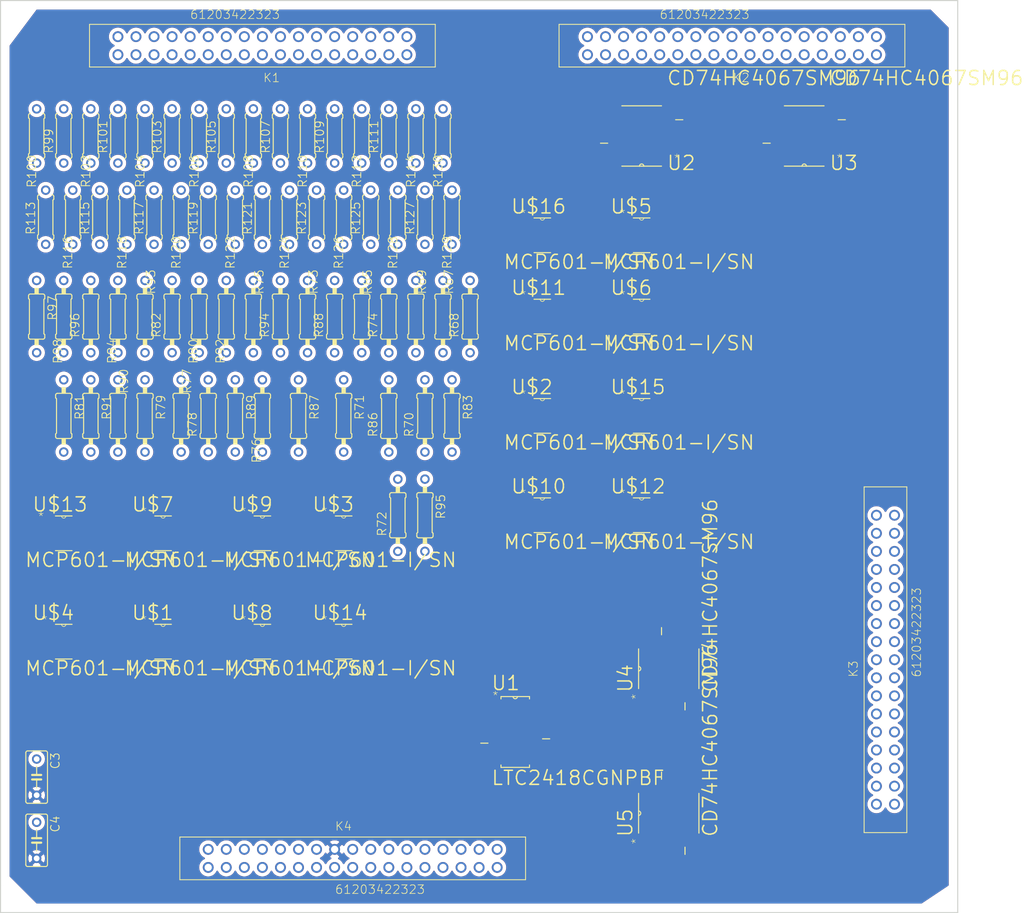
<source format=kicad_pcb>
(kicad_pcb (version 4) (host pcbnew 4.0.4-stable)
  (layers (0 Top signal) (31 Bottom signal) (34 B.Paste user) (35 F.Paste user) (36 B.SilkS user) (37 F.SilkS user) (38 B.Mask user) (39 F.Mask user) (44 Edge.Cuts user))
  (net 0 "")
  (net 1 N$1)
  (net 2 N$3)
  (net 3 N$4)
  (net 4 N$5)
  (net 5 N$6)
  (net 6 N$7)
  (net 7 N$8)
  (net 8 N$9)
  (net 9 N$10)
  (net 10 N$11)
  (net 11 N$12)
  (net 12 N$13)
  (net 13 N$14)
  (net 14 N$15)
  (net 15 N$16)
  (net 16 VCC)
  (net 17 GND)
  (net 18 N$17)
  (net 19 N$20)
  (net 20 N$22)
  (net 21 N$24)
  (net 22 N$25)
  (net 23 N$27)
  (net 24 N$30)
  (net 25 N$32)
  (net 26 N$34)
  (net 27 N$36)
  (net 28 N$38)
  (net 29 N$40)
  (net 30 N$42)
  (net 31 N$44)
  (net 32 N$46)
  (net 33 N$48)
  (net 34 N$50)
  (net 35 N$52)
  (net 36 N$54)
  (net 37 N$56)
  (net 38 N$58)
  (net 39 N$18)
  (net 40 N$19)
  (net 41 N$21)
  (net 42 N$23)
  (net 43 N$26)
  (net 44 N$28)
  (net 45 N$29)
  (net 46 N$31)
  (net 47 N$33)
  (net 48 N$35)
  (net 49 N$37)
  (net 50 N$39)
  (net 51 N$43)
  (net 52 N$45)
  (net 53 N$47)
  (net 54 N$49)
  (net 55 N$51)
  (net 56 N$53)
  (net 57 N$55)
  (net 58 N$57)
  (net 59 N$59)
  (net 60 N$60)
  (net 61 N$61)
  (net 62 N$62)
  (net 63 N$64)
  (net 64 N$65)
  (net 65 N$66)
  (net 66 N$67)
  (net 67 N$68)
  (net 68 N$70)
  (net 69 N$71)
  (net 70 N$72)
  (net 71 N$73)
  (net 72 N$74)
  (net 73 N$75)
  (net 74 N$76)
  (net 75 N$77)
  (net 76 N$78)
  (net 77 N$79)
  (net 78 N$80)
  (net 79 N$81)
  (net 80 N$82)
  (net 81 N$83)
  (net 82 N$84)
  (net 83 N$85)
  (net 84 N$86)
  (net 85 N$87)
  (net 86 N$88)
  (net 87 N$89)
  (net 88 N$90)
  (net 89 N$91)
  (net 90 N$92)
  (net 91 N$93)
  (net 92 N$94)
  (net 93 N$95)
  (net 94 N$96)
  (net 95 N$97)
  (net 96 N$98)
  (net 97 N$99)
  (net 98 N$100)
  (net 99 N$101)
  (net 100 N$102)
  (net 101 N$103)
  (net 102 N$104)
  (net 103 N$105)
  (net 104 N$106)
  (net 105 N$107)
  (net 106 N$108)
  (net 107 N$109)
  (net 108 N$110)
  (net 109 N$111)
  (net 110 N$112)
  (net 111 N$113)
  (net 112 N$114)
  (net 113 N$115)
  (net 114 N$116)
  (net 115 N$117)
  (net 116 N$118)
  (net 117 N$119)
  (net 118 N$120)
  (net 119 N$121)
  (net 120 N$122)
  (net 121 N$123)
  (net 122 N$124)
  (net 123 N$125)
  (net 124 N$126)
  (net 125 N$127)
  (net 126 N$128)
  (net 127 N$129)
  (net 128 N$130)
  (net 129 N$131)
  (net 130 N$132)
  (net 131 N$133)
  (net 132 N$134)
  (net 133 N$135)
  (net 134 N$136)
  (net 135 N$137)
  (net 136 N$138)
  (net 137 N$139)
  (net 138 N$140)
  (net 139 N$141)
  (net 140 N$142)
  (net 141 N$143)
  (net 142 N$144)
  (net 143 N$145)
  (net 144 N$153)
  (net 145 N$41)
  (net 146 N$63)
  (net 147 N$69)
  (net 148 N$146)
  (net 149 N$147)
  (net 150 N$148)
  (net 151 N$149)
  (net 152 N$152)
  (net 153 N$154)
  (net 154 N$160)
  (net 155 N$161)
  (net 156 N$151)
  (net 157 N$162)
  (net 158 N$155)
  (net 159 N$156)
  (net 160 N$157)
  (module C050-030X075 (layer Top) (at 64.77 146.05 270)
    (fp_text reference C3 (at -3.556 -1.905 270) (layer F.SilkS) (effects (font (size 1.2065 1.2065) (thickness 0.127)) (justify right top)))
    (fp_text value "" (at -3.556 3.048 270) (layer F.SilkS) (effects (font (size 1.2065 1.2065) (thickness 0.127)) (justify right top)))
    (pad 1 thru_hole circle (at -2.54 0 270) (size 1.3208 1.3208) (drill 0.8128) (layers *.Cu *.Mask) (net 16 VCC))
    (pad 2 thru_hole circle (at 2.54 0 270) (size 1.3208 1.3208) (drill 0.8128) (layers *.Cu *.Mask) (net 17 GND))
  )
  (module C050-030X075 (layer Top) (at 64.77 154.94 270)
    (fp_text reference C4 (at -3.556 -1.905 270) (layer F.SilkS) (effects (font (size 1.2065 1.2065) (thickness 0.127)) (justify right top)))
    (fp_text value "" (at -3.556 3.048 270) (layer F.SilkS) (effects (font (size 1.2065 1.2065) (thickness 0.127)) (justify right top)))
    (pad 1 thru_hole circle (at -2.54 0 270) (size 1.3208 1.3208) (drill 0.8128) (layers *.Cu *.Mask) (net 16 VCC))
    (pad 2 thru_hole circle (at 2.54 0 270) (size 1.3208 1.3208) (drill 0.8128) (layers *.Cu *.Mask) (net 17 GND))
  )
  (module 61203422323 (layer Top) (at 114.3 43.18 180)
    (fp_text reference K1 (at 15.24 -3.81 180) (layer F.SilkS) (effects (font (size 1.2065 1.2065) (thickness 0.1016)) (justify right top)))
    (fp_text value 61203422323 (at 15.24 5.08 180) (layer F.SilkS) (effects (font (size 1.2065 1.2065) (thickness 0.1016)) (justify right top)))
    (pad 1 thru_hole circle (at -2.54 1.27 180) (size 1.53 1.53) (drill 1.02) (layers *.Cu *.Mask) (net 51 N$43))
    (pad 2 thru_hole circle (at -2.54 -1.27 180) (size 1.53 1.53) (drill 1.02) (layers *.Cu *.Mask) (net 145 N$41))
    (pad 3 thru_hole circle (at 0 1.27 180) (size 1.53 1.53) (drill 1.02) (layers *.Cu *.Mask) (net 53 N$47))
    (pad 4 thru_hole circle (at 0 -1.27 180) (size 1.53 1.53) (drill 1.02) (layers *.Cu *.Mask) (net 52 N$45))
    (pad 5 thru_hole circle (at 2.54 1.27 180) (size 1.53 1.53) (drill 1.02) (layers *.Cu *.Mask) (net 55 N$51))
    (pad 6 thru_hole circle (at 2.54 -1.27 180) (size 1.53 1.53) (drill 1.02) (layers *.Cu *.Mask) (net 54 N$49))
    (pad 7 thru_hole circle (at 5.08 1.27 180) (size 1.53 1.53) (drill 1.02) (layers *.Cu *.Mask) (net 57 N$55))
    (pad 8 thru_hole circle (at 5.08 -1.27 180) (size 1.53 1.53) (drill 1.02) (layers *.Cu *.Mask) (net 56 N$53))
    (pad 9 thru_hole circle (at 7.62 1.27 180) (size 1.53 1.53) (drill 1.02) (layers *.Cu *.Mask) (net 59 N$59))
    (pad 10 thru_hole circle (at 7.62 -1.27 180) (size 1.53 1.53) (drill 1.02) (layers *.Cu *.Mask) (net 58 N$57))
    (pad 11 thru_hole circle (at 10.16 1.27 180) (size 1.53 1.53) (drill 1.02) (layers *.Cu *.Mask) (net 61 N$61))
    (pad 12 thru_hole circle (at 10.16 -1.27 180) (size 1.53 1.53) (drill 1.02) (layers *.Cu *.Mask) (net 60 N$60))
    (pad 13 thru_hole circle (at 12.7 1.27 180) (size 1.53 1.53) (drill 1.02) (layers *.Cu *.Mask) (net 144 N$153))
    (pad 14 thru_hole circle (at 12.7 -1.27 180) (size 1.53 1.53) (drill 1.02) (layers *.Cu *.Mask) (net 62 N$62))
    (pad 15 thru_hole circle (at 15.24 1.27 180) (size 1.53 1.53) (drill 1.02) (layers *.Cu *.Mask) (net 64 N$65))
    (pad 16 thru_hole circle (at 15.24 -1.27 180) (size 1.53 1.53) (drill 1.02) (layers *.Cu *.Mask) (net 63 N$64))
    (pad 17 thru_hole circle (at 17.78 1.27 180) (size 1.53 1.53) (drill 1.02) (layers *.Cu *.Mask) (net 66 N$67))
    (pad 18 thru_hole circle (at 17.78 -1.27 180) (size 1.53 1.53) (drill 1.02) (layers *.Cu *.Mask) (net 65 N$66))
    (pad 19 thru_hole circle (at 20.32 1.27 180) (size 1.53 1.53) (drill 1.02) (layers *.Cu *.Mask) (net 146 N$63))
    (pad 20 thru_hole circle (at 20.32 -1.27 180) (size 1.53 1.53) (drill 1.02) (layers *.Cu *.Mask) (net 67 N$68))
    (pad 21 thru_hole circle (at 22.86 1.27 180) (size 1.53 1.53) (drill 1.02) (layers *.Cu *.Mask) (net 69 N$71))
    (pad 22 thru_hole circle (at 22.86 -1.27 180) (size 1.53 1.53) (drill 1.02) (layers *.Cu *.Mask) (net 68 N$70))
    (pad 23 thru_hole circle (at 25.4 1.27 180) (size 1.53 1.53) (drill 1.02) (layers *.Cu *.Mask) (net 73 N$75))
    (pad 24 thru_hole circle (at 25.4 -1.27 180) (size 1.53 1.53) (drill 1.02) (layers *.Cu *.Mask) (net 70 N$72))
    (pad 25 thru_hole circle (at 27.94 1.27 180) (size 1.53 1.53) (drill 1.02) (layers *.Cu *.Mask) (net 72 N$74))
    (pad 26 thru_hole circle (at 27.94 -1.27 180) (size 1.53 1.53) (drill 1.02) (layers *.Cu *.Mask) (net 71 N$73))
    (pad 27 thru_hole circle (at 30.48 1.27 180) (size 1.53 1.53) (drill 1.02) (layers *.Cu *.Mask) (net 75 N$77))
    (pad 28 thru_hole circle (at 30.48 -1.27 180) (size 1.53 1.53) (drill 1.02) (layers *.Cu *.Mask) (net 74 N$76))
    (pad 29 thru_hole circle (at 33.02 1.27 180) (size 1.53 1.53) (drill 1.02) (layers *.Cu *.Mask) (net 77 N$79))
    (pad 30 thru_hole circle (at 33.02 -1.27 180) (size 1.53 1.53) (drill 1.02) (layers *.Cu *.Mask) (net 76 N$78))
    (pad 31 thru_hole circle (at 35.56 1.27 180) (size 1.53 1.53) (drill 1.02) (layers *.Cu *.Mask) (net 79 N$81))
    (pad 32 thru_hole circle (at 35.56 -1.27 180) (size 1.53 1.53) (drill 1.02) (layers *.Cu *.Mask) (net 78 N$80))
    (pad 33 thru_hole circle (at 38.1 1.27 180) (size 1.53 1.53) (drill 1.02) (layers *.Cu *.Mask))
    (pad 34 thru_hole circle (at 38.1 -1.27 180) (size 1.53 1.53) (drill 1.02) (layers *.Cu *.Mask))
  )
  (module 61203422323 (layer Top) (at 180.34 43.18 180)
    (fp_text reference K2 (at 15.24 -3.81 180) (layer F.SilkS) (effects (font (size 1.2065 1.2065) (thickness 0.1016)) (justify right top)))
    (fp_text value 61203422323 (at 15.24 5.08 180) (layer F.SilkS) (effects (font (size 1.2065 1.2065) (thickness 0.1016)) (justify right top)))
    (pad 1 thru_hole circle (at -2.54 1.27 180) (size 1.53 1.53) (drill 1.02) (layers *.Cu *.Mask) (net 80 N$82))
    (pad 2 thru_hole circle (at -2.54 -1.27 180) (size 1.53 1.53) (drill 1.02) (layers *.Cu *.Mask) (net 81 N$83))
    (pad 3 thru_hole circle (at 0 1.27 180) (size 1.53 1.53) (drill 1.02) (layers *.Cu *.Mask) (net 82 N$84))
    (pad 4 thru_hole circle (at 0 -1.27 180) (size 1.53 1.53) (drill 1.02) (layers *.Cu *.Mask) (net 83 N$85))
    (pad 5 thru_hole circle (at 2.54 1.27 180) (size 1.53 1.53) (drill 1.02) (layers *.Cu *.Mask) (net 84 N$86))
    (pad 6 thru_hole circle (at 2.54 -1.27 180) (size 1.53 1.53) (drill 1.02) (layers *.Cu *.Mask) (net 85 N$87))
    (pad 7 thru_hole circle (at 5.08 1.27 180) (size 1.53 1.53) (drill 1.02) (layers *.Cu *.Mask) (net 86 N$88))
    (pad 8 thru_hole circle (at 5.08 -1.27 180) (size 1.53 1.53) (drill 1.02) (layers *.Cu *.Mask) (net 87 N$89))
    (pad 9 thru_hole circle (at 7.62 1.27 180) (size 1.53 1.53) (drill 1.02) (layers *.Cu *.Mask) (net 88 N$90))
    (pad 10 thru_hole circle (at 7.62 -1.27 180) (size 1.53 1.53) (drill 1.02) (layers *.Cu *.Mask) (net 89 N$91))
    (pad 11 thru_hole circle (at 10.16 1.27 180) (size 1.53 1.53) (drill 1.02) (layers *.Cu *.Mask) (net 101 N$103))
    (pad 12 thru_hole circle (at 10.16 -1.27 180) (size 1.53 1.53) (drill 1.02) (layers *.Cu *.Mask) (net 90 N$92))
    (pad 13 thru_hole circle (at 12.7 1.27 180) (size 1.53 1.53) (drill 1.02) (layers *.Cu *.Mask) (net 102 N$104))
    (pad 14 thru_hole circle (at 12.7 -1.27 180) (size 1.53 1.53) (drill 1.02) (layers *.Cu *.Mask) (net 91 N$93))
    (pad 15 thru_hole circle (at 15.24 1.27 180) (size 1.53 1.53) (drill 1.02) (layers *.Cu *.Mask) (net 103 N$105))
    (pad 16 thru_hole circle (at 15.24 -1.27 180) (size 1.53 1.53) (drill 1.02) (layers *.Cu *.Mask) (net 92 N$94))
    (pad 17 thru_hole circle (at 17.78 1.27 180) (size 1.53 1.53) (drill 1.02) (layers *.Cu *.Mask) (net 104 N$106))
    (pad 18 thru_hole circle (at 17.78 -1.27 180) (size 1.53 1.53) (drill 1.02) (layers *.Cu *.Mask) (net 93 N$95))
    (pad 19 thru_hole circle (at 20.32 1.27 180) (size 1.53 1.53) (drill 1.02) (layers *.Cu *.Mask) (net 105 N$107))
    (pad 20 thru_hole circle (at 20.32 -1.27 180) (size 1.53 1.53) (drill 1.02) (layers *.Cu *.Mask) (net 94 N$96))
    (pad 21 thru_hole circle (at 22.86 1.27 180) (size 1.53 1.53) (drill 1.02) (layers *.Cu *.Mask) (net 106 N$108))
    (pad 22 thru_hole circle (at 22.86 -1.27 180) (size 1.53 1.53) (drill 1.02) (layers *.Cu *.Mask) (net 95 N$97))
    (pad 23 thru_hole circle (at 25.4 1.27 180) (size 1.53 1.53) (drill 1.02) (layers *.Cu *.Mask) (net 107 N$109))
    (pad 24 thru_hole circle (at 25.4 -1.27 180) (size 1.53 1.53) (drill 1.02) (layers *.Cu *.Mask) (net 96 N$98))
    (pad 25 thru_hole circle (at 27.94 1.27 180) (size 1.53 1.53) (drill 1.02) (layers *.Cu *.Mask) (net 108 N$110))
    (pad 26 thru_hole circle (at 27.94 -1.27 180) (size 1.53 1.53) (drill 1.02) (layers *.Cu *.Mask) (net 97 N$99))
    (pad 27 thru_hole circle (at 30.48 1.27 180) (size 1.53 1.53) (drill 1.02) (layers *.Cu *.Mask) (net 109 N$111))
    (pad 28 thru_hole circle (at 30.48 -1.27 180) (size 1.53 1.53) (drill 1.02) (layers *.Cu *.Mask) (net 98 N$100))
    (pad 29 thru_hole circle (at 33.02 1.27 180) (size 1.53 1.53) (drill 1.02) (layers *.Cu *.Mask) (net 110 N$112))
    (pad 30 thru_hole circle (at 33.02 -1.27 180) (size 1.53 1.53) (drill 1.02) (layers *.Cu *.Mask) (net 99 N$101))
    (pad 31 thru_hole circle (at 35.56 1.27 180) (size 1.53 1.53) (drill 1.02) (layers *.Cu *.Mask) (net 111 N$113))
    (pad 32 thru_hole circle (at 35.56 -1.27 180) (size 1.53 1.53) (drill 1.02) (layers *.Cu *.Mask) (net 100 N$102))
    (pad 33 thru_hole circle (at 38.1 1.27 180) (size 1.53 1.53) (drill 1.02) (layers *.Cu *.Mask))
    (pad 34 thru_hole circle (at 38.1 -1.27 180) (size 1.53 1.53) (drill 1.02) (layers *.Cu *.Mask))
  )
  (module 61203422323 (layer Top) (at 184.15 147.32 90)
    (fp_text reference K3 (at 15.24 -3.81 90) (layer F.SilkS) (effects (font (size 1.2065 1.2065) (thickness 0.1016)) (justify left bottom)))
    (fp_text value 61203422323 (at 15.24 5.08 90) (layer F.SilkS) (effects (font (size 1.2065 1.2065) (thickness 0.1016)) (justify left bottom)))
    (pad 1 thru_hole circle (at -2.54 1.27 90) (size 1.53 1.53) (drill 1.02) (layers *.Cu *.Mask) (net 112 N$114))
    (pad 2 thru_hole circle (at -2.54 -1.27 90) (size 1.53 1.53) (drill 1.02) (layers *.Cu *.Mask) (net 128 N$130))
    (pad 3 thru_hole circle (at 0 1.27 90) (size 1.53 1.53) (drill 1.02) (layers *.Cu *.Mask) (net 113 N$115))
    (pad 4 thru_hole circle (at 0 -1.27 90) (size 1.53 1.53) (drill 1.02) (layers *.Cu *.Mask) (net 129 N$131))
    (pad 5 thru_hole circle (at 2.54 1.27 90) (size 1.53 1.53) (drill 1.02) (layers *.Cu *.Mask) (net 114 N$116))
    (pad 6 thru_hole circle (at 2.54 -1.27 90) (size 1.53 1.53) (drill 1.02) (layers *.Cu *.Mask) (net 130 N$132))
    (pad 7 thru_hole circle (at 5.08 1.27 90) (size 1.53 1.53) (drill 1.02) (layers *.Cu *.Mask) (net 115 N$117))
    (pad 8 thru_hole circle (at 5.08 -1.27 90) (size 1.53 1.53) (drill 1.02) (layers *.Cu *.Mask) (net 131 N$133))
    (pad 9 thru_hole circle (at 7.62 1.27 90) (size 1.53 1.53) (drill 1.02) (layers *.Cu *.Mask) (net 116 N$118))
    (pad 10 thru_hole circle (at 7.62 -1.27 90) (size 1.53 1.53) (drill 1.02) (layers *.Cu *.Mask) (net 132 N$134))
    (pad 11 thru_hole circle (at 10.16 1.27 90) (size 1.53 1.53) (drill 1.02) (layers *.Cu *.Mask) (net 117 N$119))
    (pad 12 thru_hole circle (at 10.16 -1.27 90) (size 1.53 1.53) (drill 1.02) (layers *.Cu *.Mask) (net 133 N$135))
    (pad 13 thru_hole circle (at 12.7 1.27 90) (size 1.53 1.53) (drill 1.02) (layers *.Cu *.Mask) (net 118 N$120))
    (pad 14 thru_hole circle (at 12.7 -1.27 90) (size 1.53 1.53) (drill 1.02) (layers *.Cu *.Mask) (net 134 N$136))
    (pad 15 thru_hole circle (at 15.24 1.27 90) (size 1.53 1.53) (drill 1.02) (layers *.Cu *.Mask) (net 119 N$121))
    (pad 16 thru_hole circle (at 15.24 -1.27 90) (size 1.53 1.53) (drill 1.02) (layers *.Cu *.Mask) (net 135 N$137))
    (pad 17 thru_hole circle (at 17.78 1.27 90) (size 1.53 1.53) (drill 1.02) (layers *.Cu *.Mask) (net 120 N$122))
    (pad 18 thru_hole circle (at 17.78 -1.27 90) (size 1.53 1.53) (drill 1.02) (layers *.Cu *.Mask) (net 136 N$138))
    (pad 19 thru_hole circle (at 20.32 1.27 90) (size 1.53 1.53) (drill 1.02) (layers *.Cu *.Mask) (net 121 N$123))
    (pad 20 thru_hole circle (at 20.32 -1.27 90) (size 1.53 1.53) (drill 1.02) (layers *.Cu *.Mask) (net 137 N$139))
    (pad 21 thru_hole circle (at 22.86 1.27 90) (size 1.53 1.53) (drill 1.02) (layers *.Cu *.Mask) (net 122 N$124))
    (pad 22 thru_hole circle (at 22.86 -1.27 90) (size 1.53 1.53) (drill 1.02) (layers *.Cu *.Mask) (net 138 N$140))
    (pad 23 thru_hole circle (at 25.4 1.27 90) (size 1.53 1.53) (drill 1.02) (layers *.Cu *.Mask) (net 123 N$125))
    (pad 24 thru_hole circle (at 25.4 -1.27 90) (size 1.53 1.53) (drill 1.02) (layers *.Cu *.Mask) (net 139 N$141))
    (pad 25 thru_hole circle (at 27.94 1.27 90) (size 1.53 1.53) (drill 1.02) (layers *.Cu *.Mask) (net 124 N$126))
    (pad 26 thru_hole circle (at 27.94 -1.27 90) (size 1.53 1.53) (drill 1.02) (layers *.Cu *.Mask) (net 140 N$142))
    (pad 27 thru_hole circle (at 30.48 1.27 90) (size 1.53 1.53) (drill 1.02) (layers *.Cu *.Mask) (net 125 N$127))
    (pad 28 thru_hole circle (at 30.48 -1.27 90) (size 1.53 1.53) (drill 1.02) (layers *.Cu *.Mask) (net 141 N$143))
    (pad 29 thru_hole circle (at 33.02 1.27 90) (size 1.53 1.53) (drill 1.02) (layers *.Cu *.Mask) (net 126 N$128))
    (pad 30 thru_hole circle (at 33.02 -1.27 90) (size 1.53 1.53) (drill 1.02) (layers *.Cu *.Mask) (net 142 N$144))
    (pad 31 thru_hole circle (at 35.56 1.27 90) (size 1.53 1.53) (drill 1.02) (layers *.Cu *.Mask) (net 127 N$129))
    (pad 32 thru_hole circle (at 35.56 -1.27 90) (size 1.53 1.53) (drill 1.02) (layers *.Cu *.Mask) (net 143 N$145))
    (pad 33 thru_hole circle (at 38.1 1.27 90) (size 1.53 1.53) (drill 1.02) (layers *.Cu *.Mask))
    (pad 34 thru_hole circle (at 38.1 -1.27 90) (size 1.53 1.53) (drill 1.02) (layers *.Cu *.Mask))
  )
  (module 61203422323 (layer Top) (at 91.44 157.48)
    (fp_text reference K4 (at 15.24 -3.81) (layer F.SilkS) (effects (font (size 1.2065 1.2065) (thickness 0.1016)) (justify left bottom)))
    (fp_text value 61203422323 (at 15.24 5.08) (layer F.SilkS) (effects (font (size 1.2065 1.2065) (thickness 0.1016)) (justify left bottom)))
    (pad 1 thru_hole circle (at -2.54 1.27) (size 1.53 1.53) (drill 1.02) (layers *.Cu *.Mask) (net 147 N$69))
    (pad 2 thru_hole circle (at -2.54 -1.27) (size 1.53 1.53) (drill 1.02) (layers *.Cu *.Mask) (net 152 N$152))
    (pad 3 thru_hole circle (at 0 1.27) (size 1.53 1.53) (drill 1.02) (layers *.Cu *.Mask) (net 18 N$17))
    (pad 4 thru_hole circle (at 0 -1.27) (size 1.53 1.53) (drill 1.02) (layers *.Cu *.Mask) (net 149 N$147))
    (pad 5 thru_hole circle (at 2.54 1.27) (size 1.53 1.53) (drill 1.02) (layers *.Cu *.Mask) (net 148 N$146))
    (pad 6 thru_hole circle (at 2.54 -1.27) (size 1.53 1.53) (drill 1.02) (layers *.Cu *.Mask))
    (pad 7 thru_hole circle (at 5.08 1.27) (size 1.53 1.53) (drill 1.02) (layers *.Cu *.Mask))
    (pad 8 thru_hole circle (at 5.08 -1.27) (size 1.53 1.53) (drill 1.02) (layers *.Cu *.Mask) (net 150 N$148))
    (pad 9 thru_hole circle (at 7.62 1.27) (size 1.53 1.53) (drill 1.02) (layers *.Cu *.Mask))
    (pad 10 thru_hole circle (at 7.62 -1.27) (size 1.53 1.53) (drill 1.02) (layers *.Cu *.Mask))
    (pad 11 thru_hole circle (at 10.16 1.27) (size 1.53 1.53) (drill 1.02) (layers *.Cu *.Mask))
    (pad 12 thru_hole circle (at 10.16 -1.27) (size 1.53 1.53) (drill 1.02) (layers *.Cu *.Mask) (net 151 N$149))
    (pad 13 thru_hole circle (at 12.7 1.27) (size 1.53 1.53) (drill 1.02) (layers *.Cu *.Mask))
    (pad 14 thru_hole circle (at 12.7 -1.27) (size 1.53 1.53) (drill 1.02) (layers *.Cu *.Mask) (net 16 VCC))
    (pad 15 thru_hole circle (at 15.24 1.27) (size 1.53 1.53) (drill 1.02) (layers *.Cu *.Mask))
    (pad 16 thru_hole circle (at 15.24 -1.27) (size 1.53 1.53) (drill 1.02) (layers *.Cu *.Mask) (net 17 GND))
    (pad 17 thru_hole circle (at 17.78 1.27) (size 1.53 1.53) (drill 1.02) (layers *.Cu *.Mask))
    (pad 18 thru_hole circle (at 17.78 -1.27) (size 1.53 1.53) (drill 1.02) (layers *.Cu *.Mask))
    (pad 19 thru_hole circle (at 20.32 1.27) (size 1.53 1.53) (drill 1.02) (layers *.Cu *.Mask))
    (pad 20 thru_hole circle (at 20.32 -1.27) (size 1.53 1.53) (drill 1.02) (layers *.Cu *.Mask))
    (pad 21 thru_hole circle (at 22.86 1.27) (size 1.53 1.53) (drill 1.02) (layers *.Cu *.Mask))
    (pad 22 thru_hole circle (at 22.86 -1.27) (size 1.53 1.53) (drill 1.02) (layers *.Cu *.Mask) (net 153 N$154))
    (pad 23 thru_hole circle (at 25.4 1.27) (size 1.53 1.53) (drill 1.02) (layers *.Cu *.Mask))
    (pad 24 thru_hole circle (at 25.4 -1.27) (size 1.53 1.53) (drill 1.02) (layers *.Cu *.Mask) (net 157 N$162))
    (pad 25 thru_hole circle (at 27.94 1.27) (size 1.53 1.53) (drill 1.02) (layers *.Cu *.Mask))
    (pad 26 thru_hole circle (at 27.94 -1.27) (size 1.53 1.53) (drill 1.02) (layers *.Cu *.Mask) (net 158 N$155))
    (pad 27 thru_hole circle (at 30.48 1.27) (size 1.53 1.53) (drill 1.02) (layers *.Cu *.Mask))
    (pad 28 thru_hole circle (at 30.48 -1.27) (size 1.53 1.53) (drill 1.02) (layers *.Cu *.Mask) (net 156 N$151))
    (pad 29 thru_hole circle (at 33.02 1.27) (size 1.53 1.53) (drill 1.02) (layers *.Cu *.Mask))
    (pad 30 thru_hole circle (at 33.02 -1.27) (size 1.53 1.53) (drill 1.02) (layers *.Cu *.Mask) (net 159 N$156))
    (pad 31 thru_hole circle (at 35.56 1.27) (size 1.53 1.53) (drill 1.02) (layers *.Cu *.Mask))
    (pad 32 thru_hole circle (at 35.56 -1.27) (size 1.53 1.53) (drill 1.02) (layers *.Cu *.Mask))
    (pad 33 thru_hole circle (at 38.1 1.27) (size 1.53 1.53) (drill 1.02) (layers *.Cu *.Mask) (net 155 N$161))
    (pad 34 thru_hole circle (at 38.1 -1.27) (size 1.53 1.53) (drill 1.02) (layers *.Cu *.Mask) (net 154 N$160))
  )
  (module 0207%2f7 (layer Top) (at 64.77 55.88 90)
    (fp_text reference R100 (at -2.54 -1.397 90) (layer F.SilkS) (effects (font (size 1.2065 1.2065) (thickness 0.127)) (justify right top)))
    (fp_text value "" (at -2.286 0.5588 90) (layer F.SilkS) (effects (font (size 1.2065 1.2065) (thickness 0.127)) (justify right top)))
    (pad 1 thru_hole circle (at -3.81 0 90) (size 1.3208 1.3208) (drill 0.8128) (layers *.Cu *.Mask) (net 36 N$54))
    (pad 2 thru_hole circle (at 3.81 0 90) (size 1.3208 1.3208) (drill 0.8128) (layers *.Cu *.Mask) (net 79 N$81))
  )
  (module 0207%2f7 (layer Top) (at 76.2 55.88 90)
    (fp_text reference R101 (at -2.54 -1.397 90) (layer F.SilkS) (effects (font (size 1.2065 1.2065) (thickness 0.127)) (justify left bottom)))
    (fp_text value "" (at -2.286 0.5588 90) (layer F.SilkS) (effects (font (size 1.2065 1.2065) (thickness 0.127)) (justify left bottom)))
    (pad 1 thru_hole circle (at -3.81 0 90) (size 1.3208 1.3208) (drill 0.8128) (layers *.Cu *.Mask) (net 38 N$58))
    (pad 2 thru_hole circle (at 3.81 0 90) (size 1.3208 1.3208) (drill 0.8128) (layers *.Cu *.Mask) (net 76 N$78))
  )
  (module 0207%2f7 (layer Top) (at 72.39 55.88 90)
    (fp_text reference R102 (at -2.54 -1.397 90) (layer F.SilkS) (effects (font (size 1.2065 1.2065) (thickness 0.127)) (justify right top)))
    (fp_text value "" (at -2.286 0.5588 90) (layer F.SilkS) (effects (font (size 1.2065 1.2065) (thickness 0.127)) (justify right top)))
    (pad 1 thru_hole circle (at -3.81 0 90) (size 1.3208 1.3208) (drill 0.8128) (layers *.Cu *.Mask) (net 35 N$52))
    (pad 2 thru_hole circle (at 3.81 0 90) (size 1.3208 1.3208) (drill 0.8128) (layers *.Cu *.Mask) (net 77 N$79))
  )
  (module 0207%2f7 (layer Top) (at 83.82 55.88 90)
    (fp_text reference R103 (at -2.54 -1.397 90) (layer F.SilkS) (effects (font (size 1.2065 1.2065) (thickness 0.127)) (justify left bottom)))
    (fp_text value "" (at -2.286 0.5588 90) (layer F.SilkS) (effects (font (size 1.2065 1.2065) (thickness 0.127)) (justify left bottom)))
    (pad 1 thru_hole circle (at -3.81 0 90) (size 1.3208 1.3208) (drill 0.8128) (layers *.Cu *.Mask) (net 39 N$18))
    (pad 2 thru_hole circle (at 3.81 0 90) (size 1.3208 1.3208) (drill 0.8128) (layers *.Cu *.Mask) (net 74 N$76))
  )
  (module 0207%2f7 (layer Top) (at 80.01 55.88 90)
    (fp_text reference R104 (at -2.54 -1.397 90) (layer F.SilkS) (effects (font (size 1.2065 1.2065) (thickness 0.127)) (justify right top)))
    (fp_text value "" (at -2.286 0.5588 90) (layer F.SilkS) (effects (font (size 1.2065 1.2065) (thickness 0.127)) (justify right top)))
    (pad 1 thru_hole circle (at -3.81 0 90) (size 1.3208 1.3208) (drill 0.8128) (layers *.Cu *.Mask) (net 34 N$50))
    (pad 2 thru_hole circle (at 3.81 0 90) (size 1.3208 1.3208) (drill 0.8128) (layers *.Cu *.Mask) (net 75 N$77))
  )
  (module 0207%2f7 (layer Top) (at 91.44 55.88 90)
    (fp_text reference R105 (at -2.54 -1.397 90) (layer F.SilkS) (effects (font (size 1.2065 1.2065) (thickness 0.127)) (justify left bottom)))
    (fp_text value "" (at -2.286 0.5588 90) (layer F.SilkS) (effects (font (size 1.2065 1.2065) (thickness 0.127)) (justify left bottom)))
    (pad 1 thru_hole circle (at -3.81 0 90) (size 1.3208 1.3208) (drill 0.8128) (layers *.Cu *.Mask) (net 40 N$19))
    (pad 2 thru_hole circle (at 3.81 0 90) (size 1.3208 1.3208) (drill 0.8128) (layers *.Cu *.Mask) (net 71 N$73))
  )
  (module 0207%2f7 (layer Top) (at 87.63 55.88 90)
    (fp_text reference R106 (at -2.54 -1.397 90) (layer F.SilkS) (effects (font (size 1.2065 1.2065) (thickness 0.127)) (justify right top)))
    (fp_text value "" (at -2.286 0.5588 90) (layer F.SilkS) (effects (font (size 1.2065 1.2065) (thickness 0.127)) (justify right top)))
    (pad 1 thru_hole circle (at -3.81 0 90) (size 1.3208 1.3208) (drill 0.8128) (layers *.Cu *.Mask) (net 33 N$48))
    (pad 2 thru_hole circle (at 3.81 0 90) (size 1.3208 1.3208) (drill 0.8128) (layers *.Cu *.Mask) (net 72 N$74))
  )
  (module 0207%2f7 (layer Top) (at 99.06 55.88 90)
    (fp_text reference R107 (at -2.54 -1.397 90) (layer F.SilkS) (effects (font (size 1.2065 1.2065) (thickness 0.127)) (justify left bottom)))
    (fp_text value "" (at -2.286 0.5588 90) (layer F.SilkS) (effects (font (size 1.2065 1.2065) (thickness 0.127)) (justify left bottom)))
    (pad 1 thru_hole circle (at -3.81 0 90) (size 1.3208 1.3208) (drill 0.8128) (layers *.Cu *.Mask) (net 41 N$21))
    (pad 2 thru_hole circle (at 3.81 0 90) (size 1.3208 1.3208) (drill 0.8128) (layers *.Cu *.Mask) (net 70 N$72))
  )
  (module 0207%2f7 (layer Top) (at 95.25 55.88 90)
    (fp_text reference R108 (at -2.54 -1.397 90) (layer F.SilkS) (effects (font (size 1.2065 1.2065) (thickness 0.127)) (justify right top)))
    (fp_text value "" (at -2.286 0.5588 90) (layer F.SilkS) (effects (font (size 1.2065 1.2065) (thickness 0.127)) (justify right top)))
    (pad 1 thru_hole circle (at -3.81 0 90) (size 1.3208 1.3208) (drill 0.8128) (layers *.Cu *.Mask) (net 32 N$46))
    (pad 2 thru_hole circle (at 3.81 0 90) (size 1.3208 1.3208) (drill 0.8128) (layers *.Cu *.Mask) (net 73 N$75))
  )
  (module 0207%2f7 (layer Top) (at 106.68 55.88 90)
    (fp_text reference R109 (at -2.54 -1.397 90) (layer F.SilkS) (effects (font (size 1.2065 1.2065) (thickness 0.127)) (justify left bottom)))
    (fp_text value "" (at -2.286 0.5588 90) (layer F.SilkS) (effects (font (size 1.2065 1.2065) (thickness 0.127)) (justify left bottom)))
    (pad 1 thru_hole circle (at -3.81 0 90) (size 1.3208 1.3208) (drill 0.8128) (layers *.Cu *.Mask) (net 42 N$23))
    (pad 2 thru_hole circle (at 3.81 0 90) (size 1.3208 1.3208) (drill 0.8128) (layers *.Cu *.Mask) (net 68 N$70))
  )
  (module 0207%2f7 (layer Top) (at 102.87 55.88 90)
    (fp_text reference R110 (at -2.54 -1.397 90) (layer F.SilkS) (effects (font (size 1.2065 1.2065) (thickness 0.127)) (justify right top)))
    (fp_text value "" (at -2.286 0.5588 90) (layer F.SilkS) (effects (font (size 1.2065 1.2065) (thickness 0.127)) (justify right top)))
    (pad 1 thru_hole circle (at -3.81 0 90) (size 1.3208 1.3208) (drill 0.8128) (layers *.Cu *.Mask) (net 31 N$44))
    (pad 2 thru_hole circle (at 3.81 0 90) (size 1.3208 1.3208) (drill 0.8128) (layers *.Cu *.Mask) (net 69 N$71))
  )
  (module 0207%2f7 (layer Top) (at 114.3 55.88 90)
    (fp_text reference R111 (at -2.54 -1.397 90) (layer F.SilkS) (effects (font (size 1.2065 1.2065) (thickness 0.127)) (justify left bottom)))
    (fp_text value "" (at -2.286 0.5588 90) (layer F.SilkS) (effects (font (size 1.2065 1.2065) (thickness 0.127)) (justify left bottom)))
    (pad 1 thru_hole circle (at -3.81 0 90) (size 1.3208 1.3208) (drill 0.8128) (layers *.Cu *.Mask) (net 43 N$26))
    (pad 2 thru_hole circle (at 3.81 0 90) (size 1.3208 1.3208) (drill 0.8128) (layers *.Cu *.Mask) (net 67 N$68))
  )
  (module 0207%2f7 (layer Top) (at 110.49 55.88 90)
    (fp_text reference R112 (at -2.54 -1.397 90) (layer F.SilkS) (effects (font (size 1.2065 1.2065) (thickness 0.127)) (justify right top)))
    (fp_text value "" (at -2.286 0.5588 90) (layer F.SilkS) (effects (font (size 1.2065 1.2065) (thickness 0.127)) (justify right top)))
    (pad 1 thru_hole circle (at -3.81 0 90) (size 1.3208 1.3208) (drill 0.8128) (layers *.Cu *.Mask) (net 30 N$42))
    (pad 2 thru_hole circle (at 3.81 0 90) (size 1.3208 1.3208) (drill 0.8128) (layers *.Cu *.Mask) (net 146 N$63))
  )
  (module 0207%2f7 (layer Top) (at 66.04 67.31 90)
    (fp_text reference R113 (at -2.54 -1.397 90) (layer F.SilkS) (effects (font (size 1.2065 1.2065) (thickness 0.127)) (justify left bottom)))
    (fp_text value "" (at -2.286 0.5588 90) (layer F.SilkS) (effects (font (size 1.2065 1.2065) (thickness 0.127)) (justify left bottom)))
    (pad 1 thru_hole circle (at -3.81 0 90) (size 1.3208 1.3208) (drill 0.8128) (layers *.Cu *.Mask) (net 44 N$28))
    (pad 2 thru_hole circle (at 3.81 0 90) (size 1.3208 1.3208) (drill 0.8128) (layers *.Cu *.Mask) (net 65 N$66))
  )
  (module 0207%2f7 (layer Top) (at 118.11 55.88 90)
    (fp_text reference R114 (at -2.54 -1.397 90) (layer F.SilkS) (effects (font (size 1.2065 1.2065) (thickness 0.127)) (justify right top)))
    (fp_text value "" (at -2.286 0.5588 90) (layer F.SilkS) (effects (font (size 1.2065 1.2065) (thickness 0.127)) (justify right top)))
    (pad 1 thru_hole circle (at -3.81 0 90) (size 1.3208 1.3208) (drill 0.8128) (layers *.Cu *.Mask) (net 29 N$40))
    (pad 2 thru_hole circle (at 3.81 0 90) (size 1.3208 1.3208) (drill 0.8128) (layers *.Cu *.Mask) (net 66 N$67))
  )
  (module 0207%2f7 (layer Top) (at 73.66 67.31 90)
    (fp_text reference R115 (at -2.54 -1.397 90) (layer F.SilkS) (effects (font (size 1.2065 1.2065) (thickness 0.127)) (justify left bottom)))
    (fp_text value "" (at -2.286 0.5588 90) (layer F.SilkS) (effects (font (size 1.2065 1.2065) (thickness 0.127)) (justify left bottom)))
    (pad 1 thru_hole circle (at -3.81 0 90) (size 1.3208 1.3208) (drill 0.8128) (layers *.Cu *.Mask) (net 45 N$29))
    (pad 2 thru_hole circle (at 3.81 0 90) (size 1.3208 1.3208) (drill 0.8128) (layers *.Cu *.Mask) (net 63 N$64))
  )
  (module 0207%2f7 (layer Top) (at 69.85 67.31 90)
    (fp_text reference R116 (at -2.54 -1.397 90) (layer F.SilkS) (effects (font (size 1.2065 1.2065) (thickness 0.127)) (justify right top)))
    (fp_text value "" (at -2.286 0.5588 90) (layer F.SilkS) (effects (font (size 1.2065 1.2065) (thickness 0.127)) (justify right top)))
    (pad 1 thru_hole circle (at -3.81 0 90) (size 1.3208 1.3208) (drill 0.8128) (layers *.Cu *.Mask) (net 28 N$38))
    (pad 2 thru_hole circle (at 3.81 0 90) (size 1.3208 1.3208) (drill 0.8128) (layers *.Cu *.Mask) (net 64 N$65))
  )
  (module 0207%2f7 (layer Top) (at 81.28 67.31 90)
    (fp_text reference R117 (at -2.54 -1.397 90) (layer F.SilkS) (effects (font (size 1.2065 1.2065) (thickness 0.127)) (justify left bottom)))
    (fp_text value "" (at -2.286 0.5588 90) (layer F.SilkS) (effects (font (size 1.2065 1.2065) (thickness 0.127)) (justify left bottom)))
    (pad 1 thru_hole circle (at -3.81 0 90) (size 1.3208 1.3208) (drill 0.8128) (layers *.Cu *.Mask) (net 46 N$31))
    (pad 2 thru_hole circle (at 3.81 0 90) (size 1.3208 1.3208) (drill 0.8128) (layers *.Cu *.Mask) (net 62 N$62))
  )
  (module 0207%2f7 (layer Top) (at 77.47 67.31 90)
    (fp_text reference R118 (at -2.54 -1.397 90) (layer F.SilkS) (effects (font (size 1.2065 1.2065) (thickness 0.127)) (justify right top)))
    (fp_text value "" (at -2.286 0.5588 90) (layer F.SilkS) (effects (font (size 1.2065 1.2065) (thickness 0.127)) (justify right top)))
    (pad 1 thru_hole circle (at -3.81 0 90) (size 1.3208 1.3208) (drill 0.8128) (layers *.Cu *.Mask) (net 27 N$36))
    (pad 2 thru_hole circle (at 3.81 0 90) (size 1.3208 1.3208) (drill 0.8128) (layers *.Cu *.Mask) (net 144 N$153))
  )
  (module 0207%2f7 (layer Top) (at 88.9 67.31 90)
    (fp_text reference R119 (at -2.54 -1.397 90) (layer F.SilkS) (effects (font (size 1.2065 1.2065) (thickness 0.127)) (justify left bottom)))
    (fp_text value "" (at -2.286 0.5588 90) (layer F.SilkS) (effects (font (size 1.2065 1.2065) (thickness 0.127)) (justify left bottom)))
    (pad 1 thru_hole circle (at -3.81 0 90) (size 1.3208 1.3208) (drill 0.8128) (layers *.Cu *.Mask) (net 47 N$33))
    (pad 2 thru_hole circle (at 3.81 0 90) (size 1.3208 1.3208) (drill 0.8128) (layers *.Cu *.Mask) (net 60 N$60))
  )
  (module 0207%2f7 (layer Top) (at 85.09 67.31 90)
    (fp_text reference R120 (at -2.54 -1.397 90) (layer F.SilkS) (effects (font (size 1.2065 1.2065) (thickness 0.127)) (justify right top)))
    (fp_text value "" (at -2.286 0.5588 90) (layer F.SilkS) (effects (font (size 1.2065 1.2065) (thickness 0.127)) (justify right top)))
    (pad 1 thru_hole circle (at -3.81 0 90) (size 1.3208 1.3208) (drill 0.8128) (layers *.Cu *.Mask) (net 26 N$34))
    (pad 2 thru_hole circle (at 3.81 0 90) (size 1.3208 1.3208) (drill 0.8128) (layers *.Cu *.Mask) (net 61 N$61))
  )
  (module 0207%2f7 (layer Top) (at 96.52 67.31 90)
    (fp_text reference R121 (at -2.54 -1.397 90) (layer F.SilkS) (effects (font (size 1.2065 1.2065) (thickness 0.127)) (justify left bottom)))
    (fp_text value "" (at -2.286 0.5588 90) (layer F.SilkS) (effects (font (size 1.2065 1.2065) (thickness 0.127)) (justify left bottom)))
    (pad 1 thru_hole circle (at -3.81 0 90) (size 1.3208 1.3208) (drill 0.8128) (layers *.Cu *.Mask) (net 48 N$35))
    (pad 2 thru_hole circle (at 3.81 0 90) (size 1.3208 1.3208) (drill 0.8128) (layers *.Cu *.Mask) (net 58 N$57))
  )
  (module 0207%2f7 (layer Top) (at 92.71 67.31 90)
    (fp_text reference R122 (at -2.54 -1.397 90) (layer F.SilkS) (effects (font (size 1.2065 1.2065) (thickness 0.127)) (justify right top)))
    (fp_text value "" (at -2.286 0.5588 90) (layer F.SilkS) (effects (font (size 1.2065 1.2065) (thickness 0.127)) (justify right top)))
    (pad 1 thru_hole circle (at -3.81 0 90) (size 1.3208 1.3208) (drill 0.8128) (layers *.Cu *.Mask) (net 25 N$32))
    (pad 2 thru_hole circle (at 3.81 0 90) (size 1.3208 1.3208) (drill 0.8128) (layers *.Cu *.Mask) (net 59 N$59))
  )
  (module 0207%2f7 (layer Top) (at 104.14 67.31 90)
    (fp_text reference R123 (at -2.54 -1.397 90) (layer F.SilkS) (effects (font (size 1.2065 1.2065) (thickness 0.127)) (justify left bottom)))
    (fp_text value "" (at -2.286 0.5588 90) (layer F.SilkS) (effects (font (size 1.2065 1.2065) (thickness 0.127)) (justify left bottom)))
    (pad 1 thru_hole circle (at -3.81 0 90) (size 1.3208 1.3208) (drill 0.8128) (layers *.Cu *.Mask) (net 49 N$37))
    (pad 2 thru_hole circle (at 3.81 0 90) (size 1.3208 1.3208) (drill 0.8128) (layers *.Cu *.Mask) (net 56 N$53))
  )
  (module 0207%2f7 (layer Top) (at 100.33 67.31 90)
    (fp_text reference R124 (at -2.54 -1.397 90) (layer F.SilkS) (effects (font (size 1.2065 1.2065) (thickness 0.127)) (justify right top)))
    (fp_text value "" (at -2.286 0.5588 90) (layer F.SilkS) (effects (font (size 1.2065 1.2065) (thickness 0.127)) (justify right top)))
    (pad 1 thru_hole circle (at -3.81 0 90) (size 1.3208 1.3208) (drill 0.8128) (layers *.Cu *.Mask) (net 24 N$30))
    (pad 2 thru_hole circle (at 3.81 0 90) (size 1.3208 1.3208) (drill 0.8128) (layers *.Cu *.Mask) (net 57 N$55))
  )
  (module 0207%2f7 (layer Top) (at 111.76 67.31 90)
    (fp_text reference R125 (at -2.54 -1.397 90) (layer F.SilkS) (effects (font (size 1.2065 1.2065) (thickness 0.127)) (justify left bottom)))
    (fp_text value "" (at -2.286 0.5588 90) (layer F.SilkS) (effects (font (size 1.2065 1.2065) (thickness 0.127)) (justify left bottom)))
    (pad 1 thru_hole circle (at -3.81 0 90) (size 1.3208 1.3208) (drill 0.8128) (layers *.Cu *.Mask) (net 50 N$39))
    (pad 2 thru_hole circle (at 3.81 0 90) (size 1.3208 1.3208) (drill 0.8128) (layers *.Cu *.Mask) (net 54 N$49))
  )
  (module 0207%2f7 (layer Top) (at 107.95 67.31 90)
    (fp_text reference R126 (at -2.54 -1.397 90) (layer F.SilkS) (effects (font (size 1.2065 1.2065) (thickness 0.127)) (justify right top)))
    (fp_text value "" (at -2.286 0.5588 90) (layer F.SilkS) (effects (font (size 1.2065 1.2065) (thickness 0.127)) (justify right top)))
    (pad 1 thru_hole circle (at -3.81 0 90) (size 1.3208 1.3208) (drill 0.8128) (layers *.Cu *.Mask) (net 23 N$27))
    (pad 2 thru_hole circle (at 3.81 0 90) (size 1.3208 1.3208) (drill 0.8128) (layers *.Cu *.Mask) (net 55 N$51))
  )
  (module 0207%2f7 (layer Top) (at 119.38 67.31 90)
    (fp_text reference R127 (at -2.54 -1.397 90) (layer F.SilkS) (effects (font (size 1.2065 1.2065) (thickness 0.127)) (justify left bottom)))
    (fp_text value "" (at -2.286 0.5588 90) (layer F.SilkS) (effects (font (size 1.2065 1.2065) (thickness 0.127)) (justify left bottom)))
    (pad 1 thru_hole circle (at -3.81 0 90) (size 1.3208 1.3208) (drill 0.8128) (layers *.Cu *.Mask) (net 22 N$25))
    (pad 2 thru_hole circle (at 3.81 0 90) (size 1.3208 1.3208) (drill 0.8128) (layers *.Cu *.Mask) (net 52 N$45))
  )
  (module 0207%2f7 (layer Top) (at 115.57 67.31 90)
    (fp_text reference R128 (at -2.54 -1.397 90) (layer F.SilkS) (effects (font (size 1.2065 1.2065) (thickness 0.127)) (justify right top)))
    (fp_text value "" (at -2.286 0.5588 90) (layer F.SilkS) (effects (font (size 1.2065 1.2065) (thickness 0.127)) (justify right top)))
    (pad 1 thru_hole circle (at -3.81 0 90) (size 1.3208 1.3208) (drill 0.8128) (layers *.Cu *.Mask) (net 21 N$24))
    (pad 2 thru_hole circle (at 3.81 0 90) (size 1.3208 1.3208) (drill 0.8128) (layers *.Cu *.Mask) (net 53 N$47))
  )
  (module 0207%2f7 (layer Top) (at 123.19 67.31 90)
    (fp_text reference R129 (at -2.54 -1.397 90) (layer F.SilkS) (effects (font (size 1.2065 1.2065) (thickness 0.127)) (justify right top)))
    (fp_text value "" (at -2.286 0.5588 90) (layer F.SilkS) (effects (font (size 1.2065 1.2065) (thickness 0.127)) (justify right top)))
    (pad 1 thru_hole circle (at -3.81 0 90) (size 1.3208 1.3208) (drill 0.8128) (layers *.Cu *.Mask) (net 20 N$22))
    (pad 2 thru_hole circle (at 3.81 0 90) (size 1.3208 1.3208) (drill 0.8128) (layers *.Cu *.Mask) (net 145 N$41))
  )
  (module 0207%2f7 (layer Top) (at 121.92 55.88 90)
    (fp_text reference R130 (at -2.54 -1.397 90) (layer F.SilkS) (effects (font (size 1.2065 1.2065) (thickness 0.127)) (justify right top)))
    (fp_text value "" (at -2.286 0.5588 90) (layer F.SilkS) (effects (font (size 1.2065 1.2065) (thickness 0.127)) (justify right top)))
    (pad 1 thru_hole circle (at -3.81 0 90) (size 1.3208 1.3208) (drill 0.8128) (layers *.Cu *.Mask) (net 19 N$20))
    (pad 2 thru_hole circle (at 3.81 0 90) (size 1.3208 1.3208) (drill 0.8128) (layers *.Cu *.Mask) (net 51 N$43))
  )
  (module 0207%2f10 (layer Top) (at 121.92 81.28 270)
    (fp_text reference R67 (at -3.048 -1.524 270) (layer F.SilkS) (effects (font (size 1.2065 1.2065) (thickness 0.127)) (justify left bottom)))
    (fp_text value "" (at -2.2606 0.635 270) (layer F.SilkS) (effects (font (size 1.2065 1.2065) (thickness 0.127)) (justify left bottom)))
    (pad 1 thru_hole circle (at -5.08 0 270) (size 1.3208 1.3208) (drill 0.8128) (layers *.Cu *.Mask) (net 19 N$20))
    (pad 2 thru_hole circle (at 5.08 0 270) (size 1.3208 1.3208) (drill 0.8128) (layers *.Cu *.Mask) (net 1 N$1))
  )
  (module 0207%2f10 (layer Top) (at 125.73 81.28 90)
    (fp_text reference R68 (at -3.048 -1.524 90) (layer F.SilkS) (effects (font (size 1.2065 1.2065) (thickness 0.127)) (justify left bottom)))
    (fp_text value "" (at -2.2606 0.635 90) (layer F.SilkS) (effects (font (size 1.2065 1.2065) (thickness 0.127)) (justify left bottom)))
    (pad 1 thru_hole circle (at -5.08 0 90) (size 1.3208 1.3208) (drill 0.8128) (layers *.Cu *.Mask) (net 18 N$17))
    (pad 2 thru_hole circle (at 5.08 0 90) (size 1.3208 1.3208) (drill 0.8128) (layers *.Cu *.Mask) (net 20 N$22))
  )
  (module 0207%2f10 (layer Top) (at 118.11 81.28 270)
    (fp_text reference R69 (at -3.048 -1.524 270) (layer F.SilkS) (effects (font (size 1.2065 1.2065) (thickness 0.127)) (justify left bottom)))
    (fp_text value "" (at -2.2606 0.635 270) (layer F.SilkS) (effects (font (size 1.2065 1.2065) (thickness 0.127)) (justify left bottom)))
    (pad 1 thru_hole circle (at -5.08 0 270) (size 1.3208 1.3208) (drill 0.8128) (layers *.Cu *.Mask) (net 21 N$24))
    (pad 2 thru_hole circle (at 5.08 0 270) (size 1.3208 1.3208) (drill 0.8128) (layers *.Cu *.Mask) (net 160 N$157))
  )
  (module 0207%2f10 (layer Top) (at 119.38 95.25 90)
    (fp_text reference R70 (at -3.048 -1.524 90) (layer F.SilkS) (effects (font (size 1.2065 1.2065) (thickness 0.127)) (justify left bottom)))
    (fp_text value "" (at -2.2606 0.635 90) (layer F.SilkS) (effects (font (size 1.2065 1.2065) (thickness 0.127)) (justify left bottom)))
    (pad 1 thru_hole circle (at -5.08 0 90) (size 1.3208 1.3208) (drill 0.8128) (layers *.Cu *.Mask) (net 18 N$17))
    (pad 2 thru_hole circle (at 5.08 0 90) (size 1.3208 1.3208) (drill 0.8128) (layers *.Cu *.Mask) (net 22 N$25))
  )
  (module 0207%2f10 (layer Top) (at 107.95 95.25 270)
    (fp_text reference R71 (at -3.048 -1.524 270) (layer F.SilkS) (effects (font (size 1.2065 1.2065) (thickness 0.127)) (justify right top)))
    (fp_text value "" (at -2.2606 0.635 270) (layer F.SilkS) (effects (font (size 1.2065 1.2065) (thickness 0.127)) (justify right top)))
    (pad 1 thru_hole circle (at -5.08 0 270) (size 1.3208 1.3208) (drill 0.8128) (layers *.Cu *.Mask) (net 23 N$27))
    (pad 2 thru_hole circle (at 5.08 0 270) (size 1.3208 1.3208) (drill 0.8128) (layers *.Cu *.Mask) (net 2 N$3))
  )
  (module 0207%2f10 (layer Top) (at 115.57 109.22 90)
    (fp_text reference R72 (at -3.048 -1.524 90) (layer F.SilkS) (effects (font (size 1.2065 1.2065) (thickness 0.127)) (justify left bottom)))
    (fp_text value "" (at -2.2606 0.635 90) (layer F.SilkS) (effects (font (size 1.2065 1.2065) (thickness 0.127)) (justify left bottom)))
    (pad 1 thru_hole circle (at -5.08 0 90) (size 1.3208 1.3208) (drill 0.8128) (layers *.Cu *.Mask) (net 18 N$17))
    (pad 2 thru_hole circle (at 5.08 0 90) (size 1.3208 1.3208) (drill 0.8128) (layers *.Cu *.Mask) (net 50 N$39))
  )
  (module 0207%2f10 (layer Top) (at 102.87 81.28 270)
    (fp_text reference R73 (at -3.048 -1.524 270) (layer F.SilkS) (effects (font (size 1.2065 1.2065) (thickness 0.127)) (justify left bottom)))
    (fp_text value "" (at -2.2606 0.635 270) (layer F.SilkS) (effects (font (size 1.2065 1.2065) (thickness 0.127)) (justify left bottom)))
    (pad 1 thru_hole circle (at -5.08 0 270) (size 1.3208 1.3208) (drill 0.8128) (layers *.Cu *.Mask) (net 24 N$30))
    (pad 2 thru_hole circle (at 5.08 0 270) (size 1.3208 1.3208) (drill 0.8128) (layers *.Cu *.Mask) (net 3 N$4))
  )
  (module 0207%2f10 (layer Top) (at 114.3 81.28 90)
    (fp_text reference R74 (at -3.048 -1.524 90) (layer F.SilkS) (effects (font (size 1.2065 1.2065) (thickness 0.127)) (justify left bottom)))
    (fp_text value "" (at -2.2606 0.635 90) (layer F.SilkS) (effects (font (size 1.2065 1.2065) (thickness 0.127)) (justify left bottom)))
    (pad 1 thru_hole circle (at -5.08 0 90) (size 1.3208 1.3208) (drill 0.8128) (layers *.Cu *.Mask) (net 18 N$17))
    (pad 2 thru_hole circle (at 5.08 0 90) (size 1.3208 1.3208) (drill 0.8128) (layers *.Cu *.Mask) (net 49 N$37))
  )
  (module 0207%2f10 (layer Top) (at 95.25 81.28 270)
    (fp_text reference R75 (at -3.048 -1.524 270) (layer F.SilkS) (effects (font (size 1.2065 1.2065) (thickness 0.127)) (justify left bottom)))
    (fp_text value "" (at -2.2606 0.635 270) (layer F.SilkS) (effects (font (size 1.2065 1.2065) (thickness 0.127)) (justify left bottom)))
    (pad 1 thru_hole circle (at -5.08 0 270) (size 1.3208 1.3208) (drill 0.8128) (layers *.Cu *.Mask) (net 25 N$32))
    (pad 2 thru_hole circle (at 5.08 0 270) (size 1.3208 1.3208) (drill 0.8128) (layers *.Cu *.Mask) (net 4 N$5))
  )
  (module 0207%2f10 (layer Top) (at 96.52 95.25 90)
    (fp_text reference R76 (at -3.048 -1.524 90) (layer F.SilkS) (effects (font (size 1.2065 1.2065) (thickness 0.127)) (justify right top)))
    (fp_text value "" (at -2.2606 0.635 90) (layer F.SilkS) (effects (font (size 1.2065 1.2065) (thickness 0.127)) (justify right top)))
    (pad 1 thru_hole circle (at -5.08 0 90) (size 1.3208 1.3208) (drill 0.8128) (layers *.Cu *.Mask) (net 18 N$17))
    (pad 2 thru_hole circle (at 5.08 0 90) (size 1.3208 1.3208) (drill 0.8128) (layers *.Cu *.Mask) (net 48 N$35))
  )
  (module 0207%2f10 (layer Top) (at 85.09 95.25 270)
    (fp_text reference R77 (at -3.048 -1.524 270) (layer F.SilkS) (effects (font (size 1.2065 1.2065) (thickness 0.127)) (justify left bottom)))
    (fp_text value "" (at -2.2606 0.635 270) (layer F.SilkS) (effects (font (size 1.2065 1.2065) (thickness 0.127)) (justify left bottom)))
    (pad 1 thru_hole circle (at -5.08 0 270) (size 1.3208 1.3208) (drill 0.8128) (layers *.Cu *.Mask) (net 26 N$34))
    (pad 2 thru_hole circle (at 5.08 0 270) (size 1.3208 1.3208) (drill 0.8128) (layers *.Cu *.Mask) (net 5 N$6))
  )
  (module 0207%2f10 (layer Top) (at 88.9 95.25 90)
    (fp_text reference R78 (at -3.048 -1.524 90) (layer F.SilkS) (effects (font (size 1.2065 1.2065) (thickness 0.127)) (justify left bottom)))
    (fp_text value "" (at -2.2606 0.635 90) (layer F.SilkS) (effects (font (size 1.2065 1.2065) (thickness 0.127)) (justify left bottom)))
    (pad 1 thru_hole circle (at -5.08 0 90) (size 1.3208 1.3208) (drill 0.8128) (layers *.Cu *.Mask) (net 18 N$17))
    (pad 2 thru_hole circle (at 5.08 0 90) (size 1.3208 1.3208) (drill 0.8128) (layers *.Cu *.Mask) (net 47 N$33))
  )
  (module 0207%2f10 (layer Top) (at 80.01 95.25 270)
    (fp_text reference R79 (at -3.048 -1.524 270) (layer F.SilkS) (effects (font (size 1.2065 1.2065) (thickness 0.127)) (justify right top)))
    (fp_text value "" (at -2.2606 0.635 270) (layer F.SilkS) (effects (font (size 1.2065 1.2065) (thickness 0.127)) (justify right top)))
    (pad 1 thru_hole circle (at -5.08 0 270) (size 1.3208 1.3208) (drill 0.8128) (layers *.Cu *.Mask) (net 27 N$36))
    (pad 2 thru_hole circle (at 5.08 0 270) (size 1.3208 1.3208) (drill 0.8128) (layers *.Cu *.Mask) (net 6 N$7))
  )
  (module 0207%2f10 (layer Top) (at 87.63 81.28 90)
    (fp_text reference R80 (at -3.048 -1.524 90) (layer F.SilkS) (effects (font (size 1.2065 1.2065) (thickness 0.127)) (justify right top)))
    (fp_text value "" (at -2.2606 0.635 90) (layer F.SilkS) (effects (font (size 1.2065 1.2065) (thickness 0.127)) (justify right top)))
    (pad 1 thru_hole circle (at -5.08 0 90) (size 1.3208 1.3208) (drill 0.8128) (layers *.Cu *.Mask) (net 18 N$17))
    (pad 2 thru_hole circle (at 5.08 0 90) (size 1.3208 1.3208) (drill 0.8128) (layers *.Cu *.Mask) (net 46 N$31))
  )
  (module 0207%2f10 (layer Top) (at 68.58 95.25 270)
    (fp_text reference R81 (at -3.048 -1.524 270) (layer F.SilkS) (effects (font (size 1.2065 1.2065) (thickness 0.127)) (justify right top)))
    (fp_text value "" (at -2.2606 0.635 270) (layer F.SilkS) (effects (font (size 1.2065 1.2065) (thickness 0.127)) (justify right top)))
    (pad 1 thru_hole circle (at -5.08 0 270) (size 1.3208 1.3208) (drill 0.8128) (layers *.Cu *.Mask) (net 28 N$38))
    (pad 2 thru_hole circle (at 5.08 0 270) (size 1.3208 1.3208) (drill 0.8128) (layers *.Cu *.Mask) (net 7 N$8))
  )
  (module 0207%2f10 (layer Top) (at 83.82 81.28 90)
    (fp_text reference R82 (at -3.048 -1.524 90) (layer F.SilkS) (effects (font (size 1.2065 1.2065) (thickness 0.127)) (justify left bottom)))
    (fp_text value "" (at -2.2606 0.635 90) (layer F.SilkS) (effects (font (size 1.2065 1.2065) (thickness 0.127)) (justify left bottom)))
    (pad 1 thru_hole circle (at -5.08 0 90) (size 1.3208 1.3208) (drill 0.8128) (layers *.Cu *.Mask) (net 18 N$17))
    (pad 2 thru_hole circle (at 5.08 0 90) (size 1.3208 1.3208) (drill 0.8128) (layers *.Cu *.Mask) (net 45 N$29))
  )
  (module 0207%2f10 (layer Top) (at 123.19 95.25 270)
    (fp_text reference R83 (at -3.048 -1.524 270) (layer F.SilkS) (effects (font (size 1.2065 1.2065) (thickness 0.127)) (justify right top)))
    (fp_text value "" (at -2.2606 0.635 270) (layer F.SilkS) (effects (font (size 1.2065 1.2065) (thickness 0.127)) (justify right top)))
    (pad 1 thru_hole circle (at -5.08 0 270) (size 1.3208 1.3208) (drill 0.8128) (layers *.Cu *.Mask) (net 29 N$40))
    (pad 2 thru_hole circle (at 5.08 0 270) (size 1.3208 1.3208) (drill 0.8128) (layers *.Cu *.Mask) (net 8 N$9))
  )
  (module 0207%2f10 (layer Top) (at 76.2 81.28 90)
    (fp_text reference R84 (at -3.048 -1.524 90) (layer F.SilkS) (effects (font (size 1.2065 1.2065) (thickness 0.127)) (justify right top)))
    (fp_text value "" (at -2.2606 0.635 90) (layer F.SilkS) (effects (font (size 1.2065 1.2065) (thickness 0.127)) (justify right top)))
    (pad 1 thru_hole circle (at -5.08 0 90) (size 1.3208 1.3208) (drill 0.8128) (layers *.Cu *.Mask) (net 18 N$17))
    (pad 2 thru_hole circle (at 5.08 0 90) (size 1.3208 1.3208) (drill 0.8128) (layers *.Cu *.Mask) (net 44 N$28))
  )
  (module 0207%2f10 (layer Top) (at 110.49 81.28 270)
    (fp_text reference R85 (at -3.048 -1.524 270) (layer F.SilkS) (effects (font (size 1.2065 1.2065) (thickness 0.127)) (justify left bottom)))
    (fp_text value "" (at -2.2606 0.635 270) (layer F.SilkS) (effects (font (size 1.2065 1.2065) (thickness 0.127)) (justify left bottom)))
    (pad 1 thru_hole circle (at -5.08 0 270) (size 1.3208 1.3208) (drill 0.8128) (layers *.Cu *.Mask) (net 30 N$42))
    (pad 2 thru_hole circle (at 5.08 0 270) (size 1.3208 1.3208) (drill 0.8128) (layers *.Cu *.Mask) (net 9 N$10))
  )
  (module 0207%2f10 (layer Top) (at 114.3 95.25 90)
    (fp_text reference R86 (at -3.048 -1.524 90) (layer F.SilkS) (effects (font (size 1.2065 1.2065) (thickness 0.127)) (justify left bottom)))
    (fp_text value "" (at -2.2606 0.635 90) (layer F.SilkS) (effects (font (size 1.2065 1.2065) (thickness 0.127)) (justify left bottom)))
    (pad 1 thru_hole circle (at -5.08 0 90) (size 1.3208 1.3208) (drill 0.8128) (layers *.Cu *.Mask) (net 18 N$17))
    (pad 2 thru_hole circle (at 5.08 0 90) (size 1.3208 1.3208) (drill 0.8128) (layers *.Cu *.Mask) (net 43 N$26))
  )
  (module 0207%2f10 (layer Top) (at 101.6 95.25 270)
    (fp_text reference R87 (at -3.048 -1.524 270) (layer F.SilkS) (effects (font (size 1.2065 1.2065) (thickness 0.127)) (justify right top)))
    (fp_text value "" (at -2.2606 0.635 270) (layer F.SilkS) (effects (font (size 1.2065 1.2065) (thickness 0.127)) (justify right top)))
    (pad 1 thru_hole circle (at -5.08 0 270) (size 1.3208 1.3208) (drill 0.8128) (layers *.Cu *.Mask) (net 31 N$44))
    (pad 2 thru_hole circle (at 5.08 0 270) (size 1.3208 1.3208) (drill 0.8128) (layers *.Cu *.Mask) (net 10 N$11))
  )
  (module 0207%2f10 (layer Top) (at 106.68 81.28 90)
    (fp_text reference R88 (at -3.048 -1.524 90) (layer F.SilkS) (effects (font (size 1.2065 1.2065) (thickness 0.127)) (justify left bottom)))
    (fp_text value "" (at -2.2606 0.635 90) (layer F.SilkS) (effects (font (size 1.2065 1.2065) (thickness 0.127)) (justify left bottom)))
    (pad 1 thru_hole circle (at -5.08 0 90) (size 1.3208 1.3208) (drill 0.8128) (layers *.Cu *.Mask) (net 18 N$17))
    (pad 2 thru_hole circle (at 5.08 0 90) (size 1.3208 1.3208) (drill 0.8128) (layers *.Cu *.Mask) (net 42 N$23))
  )
  (module 0207%2f10 (layer Top) (at 92.71 95.25 270)
    (fp_text reference R89 (at -3.048 -1.524 270) (layer F.SilkS) (effects (font (size 1.2065 1.2065) (thickness 0.127)) (justify right top)))
    (fp_text value "" (at -2.2606 0.635 270) (layer F.SilkS) (effects (font (size 1.2065 1.2065) (thickness 0.127)) (justify right top)))
    (pad 1 thru_hole circle (at -5.08 0 270) (size 1.3208 1.3208) (drill 0.8128) (layers *.Cu *.Mask) (net 32 N$46))
    (pad 2 thru_hole circle (at 5.08 0 270) (size 1.3208 1.3208) (drill 0.8128) (layers *.Cu *.Mask) (net 11 N$12))
  )
  (module 0207%2f10 (layer Top) (at 76.2 95.25 270)
    (fp_text reference R90 (at -3.048 -1.524 270) (layer F.SilkS) (effects (font (size 1.2065 1.2065) (thickness 0.127)) (justify left bottom)))
    (fp_text value "" (at -2.2606 0.635 270) (layer F.SilkS) (effects (font (size 1.2065 1.2065) (thickness 0.127)) (justify left bottom)))
    (pad 1 thru_hole circle (at -5.08 0 270) (size 1.3208 1.3208) (drill 0.8128) (layers *.Cu *.Mask) (net 18 N$17))
    (pad 2 thru_hole circle (at 5.08 0 270) (size 1.3208 1.3208) (drill 0.8128) (layers *.Cu *.Mask) (net 41 N$21))
  )
  (module 0207%2f10 (layer Top) (at 72.39 95.25 270)
    (fp_text reference R91 (at -3.048 -1.524 270) (layer F.SilkS) (effects (font (size 1.2065 1.2065) (thickness 0.127)) (justify right top)))
    (fp_text value "" (at -2.2606 0.635 270) (layer F.SilkS) (effects (font (size 1.2065 1.2065) (thickness 0.127)) (justify right top)))
    (pad 1 thru_hole circle (at -5.08 0 270) (size 1.3208 1.3208) (drill 0.8128) (layers *.Cu *.Mask) (net 33 N$48))
    (pad 2 thru_hole circle (at 5.08 0 270) (size 1.3208 1.3208) (drill 0.8128) (layers *.Cu *.Mask) (net 12 N$13))
  )
  (module 0207%2f10 (layer Top) (at 91.44 81.28 90)
    (fp_text reference R92 (at -3.048 -1.524 90) (layer F.SilkS) (effects (font (size 1.2065 1.2065) (thickness 0.127)) (justify right top)))
    (fp_text value "" (at -2.2606 0.635 90) (layer F.SilkS) (effects (font (size 1.2065 1.2065) (thickness 0.127)) (justify right top)))
    (pad 1 thru_hole circle (at -5.08 0 90) (size 1.3208 1.3208) (drill 0.8128) (layers *.Cu *.Mask) (net 18 N$17))
    (pad 2 thru_hole circle (at 5.08 0 90) (size 1.3208 1.3208) (drill 0.8128) (layers *.Cu *.Mask) (net 40 N$19))
  )
  (module 0207%2f10 (layer Top) (at 80.01 81.28 270)
    (fp_text reference R93 (at -3.048 -1.524 270) (layer F.SilkS) (effects (font (size 1.2065 1.2065) (thickness 0.127)) (justify left bottom)))
    (fp_text value "" (at -2.2606 0.635 270) (layer F.SilkS) (effects (font (size 1.2065 1.2065) (thickness 0.127)) (justify left bottom)))
    (pad 1 thru_hole circle (at -5.08 0 270) (size 1.3208 1.3208) (drill 0.8128) (layers *.Cu *.Mask) (net 34 N$50))
    (pad 2 thru_hole circle (at 5.08 0 270) (size 1.3208 1.3208) (drill 0.8128) (layers *.Cu *.Mask) (net 13 N$14))
  )
  (module 0207%2f10 (layer Top) (at 99.06 81.28 90)
    (fp_text reference R94 (at -3.048 -1.524 90) (layer F.SilkS) (effects (font (size 1.2065 1.2065) (thickness 0.127)) (justify left bottom)))
    (fp_text value "" (at -2.2606 0.635 90) (layer F.SilkS) (effects (font (size 1.2065 1.2065) (thickness 0.127)) (justify left bottom)))
    (pad 1 thru_hole circle (at -5.08 0 90) (size 1.3208 1.3208) (drill 0.8128) (layers *.Cu *.Mask) (net 18 N$17))
    (pad 2 thru_hole circle (at 5.08 0 90) (size 1.3208 1.3208) (drill 0.8128) (layers *.Cu *.Mask) (net 39 N$18))
  )
  (module 0207%2f10 (layer Top) (at 119.38 109.22 270)
    (fp_text reference R95 (at -3.048 -1.524 270) (layer F.SilkS) (effects (font (size 1.2065 1.2065) (thickness 0.127)) (justify right top)))
    (fp_text value "" (at -2.2606 0.635 270) (layer F.SilkS) (effects (font (size 1.2065 1.2065) (thickness 0.127)) (justify right top)))
    (pad 1 thru_hole circle (at -5.08 0 270) (size 1.3208 1.3208) (drill 0.8128) (layers *.Cu *.Mask) (net 35 N$52))
    (pad 2 thru_hole circle (at 5.08 0 270) (size 1.3208 1.3208) (drill 0.8128) (layers *.Cu *.Mask) (net 14 N$15))
  )
  (module 0207%2f10 (layer Top) (at 72.39 81.28 90)
    (fp_text reference R96 (at -3.048 -1.524 90) (layer F.SilkS) (effects (font (size 1.2065 1.2065) (thickness 0.127)) (justify left bottom)))
    (fp_text value "" (at -2.2606 0.635 90) (layer F.SilkS) (effects (font (size 1.2065 1.2065) (thickness 0.127)) (justify left bottom)))
    (pad 1 thru_hole circle (at -5.08 0 90) (size 1.3208 1.3208) (drill 0.8128) (layers *.Cu *.Mask) (net 18 N$17))
    (pad 2 thru_hole circle (at 5.08 0 90) (size 1.3208 1.3208) (drill 0.8128) (layers *.Cu *.Mask) (net 38 N$58))
  )
  (module 0207%2f10 (layer Top) (at 64.77 81.28 270)
    (fp_text reference R97 (at -3.048 -1.524 270) (layer F.SilkS) (effects (font (size 1.2065 1.2065) (thickness 0.127)) (justify right top)))
    (fp_text value "" (at -2.2606 0.635 270) (layer F.SilkS) (effects (font (size 1.2065 1.2065) (thickness 0.127)) (justify right top)))
    (pad 1 thru_hole circle (at -5.08 0 270) (size 1.3208 1.3208) (drill 0.8128) (layers *.Cu *.Mask) (net 36 N$54))
    (pad 2 thru_hole circle (at 5.08 0 270) (size 1.3208 1.3208) (drill 0.8128) (layers *.Cu *.Mask) (net 15 N$16))
  )
  (module 0207%2f10 (layer Top) (at 68.58 81.28 90)
    (fp_text reference R98 (at -3.048 -1.524 90) (layer F.SilkS) (effects (font (size 1.2065 1.2065) (thickness 0.127)) (justify right top)))
    (fp_text value "" (at -2.2606 0.635 90) (layer F.SilkS) (effects (font (size 1.2065 1.2065) (thickness 0.127)) (justify right top)))
    (pad 1 thru_hole circle (at -5.08 0 90) (size 1.3208 1.3208) (drill 0.8128) (layers *.Cu *.Mask) (net 18 N$17))
    (pad 2 thru_hole circle (at 5.08 0 90) (size 1.3208 1.3208) (drill 0.8128) (layers *.Cu *.Mask) (net 37 N$56))
  )
  (module 0207%2f7 (layer Top) (at 68.58 55.88 90)
    (fp_text reference R99 (at -2.54 -1.397 90) (layer F.SilkS) (effects (font (size 1.2065 1.2065) (thickness 0.127)) (justify left bottom)))
    (fp_text value "" (at -2.286 0.5588 90) (layer F.SilkS) (effects (font (size 1.2065 1.2065) (thickness 0.127)) (justify left bottom)))
    (pad 1 thru_hole circle (at -3.81 0 90) (size 1.3208 1.3208) (drill 0.8128) (layers *.Cu *.Mask) (net 37 N$56))
    (pad 2 thru_hole circle (at 3.81 0 90) (size 1.3208 1.3208) (drill 0.8128) (layers *.Cu *.Mask) (net 78 N$80))
  )
  (module SOIC127P600X175-8N (layer Top) (at 82.55 127)
    (fp_text reference U$1 (at -4.5212 -2.8956) (layer F.SilkS) (effects (font (size 1.97866 1.97866) (thickness 0.20828)) (justify left bottom)))
    (fp_text value MCP601-I/SN (at -5.5626 4.9022) (layer F.SilkS) (effects (font (size 1.97866 1.97866) (thickness 0.20828)) (justify left bottom)))
    (fp_text user * (at -3.2004 -2.3368) (layer F.SilkS) (effects (font (size 1.2065 1.2065) (thickness 0.0762)) (justify left bottom)))
    (pad 1 smd rect (at -2.3622 -1.905) (size 1.9812 0.5588) (layers Top F.Paste F.Mask))
    (pad 2 smd rect (at -2.3622 -0.635) (size 1.9812 0.5588) (layers Top F.Paste F.Mask) (net 29 N$40))
    (pad 3 smd rect (at -2.3622 0.635) (size 1.9812 0.5588) (layers Top F.Paste F.Mask) (net 44 N$28))
    (pad 4 smd rect (at -2.3622 1.905) (size 1.9812 0.5588) (layers Top F.Paste F.Mask) (net 17 GND))
    (pad 5 smd rect (at 2.3622 1.905) (size 1.9812 0.5588) (layers Top F.Paste F.Mask))
    (pad 6 smd rect (at 2.3622 0.635) (size 1.9812 0.5588) (layers Top F.Paste F.Mask) (net 8 N$9))
    (pad 7 smd rect (at 2.3622 -0.635) (size 1.9812 0.5588) (layers Top F.Paste F.Mask) (net 16 VCC))
    (pad 8 smd rect (at 2.3622 -1.905) (size 1.9812 0.5588) (layers Top F.Paste F.Mask))
  )
  (module SOIC127P600X175-8N (layer Top) (at 135.89 109.22)
    (fp_text reference U$10 (at -4.5212 -2.8956) (layer F.SilkS) (effects (font (size 1.97866 1.97866) (thickness 0.20828)) (justify left bottom)))
    (fp_text value MCP601-I/SN (at -5.5626 4.9022) (layer F.SilkS) (effects (font (size 1.97866 1.97866) (thickness 0.20828)) (justify left bottom)))
    (fp_text user * (at -3.2004 -2.3368) (layer F.SilkS) (effects (font (size 1.2065 1.2065) (thickness 0.0762)) (justify left bottom)))
    (pad 1 smd rect (at -2.3622 -1.905) (size 1.9812 0.5588) (layers Top F.Paste F.Mask))
    (pad 2 smd rect (at -2.3622 -0.635) (size 1.9812 0.5588) (layers Top F.Paste F.Mask) (net 26 N$34))
    (pad 3 smd rect (at -2.3622 0.635) (size 1.9812 0.5588) (layers Top F.Paste F.Mask) (net 47 N$33))
    (pad 4 smd rect (at -2.3622 1.905) (size 1.9812 0.5588) (layers Top F.Paste F.Mask) (net 17 GND))
    (pad 5 smd rect (at 2.3622 1.905) (size 1.9812 0.5588) (layers Top F.Paste F.Mask))
    (pad 6 smd rect (at 2.3622 0.635) (size 1.9812 0.5588) (layers Top F.Paste F.Mask) (net 5 N$6))
    (pad 7 smd rect (at 2.3622 -0.635) (size 1.9812 0.5588) (layers Top F.Paste F.Mask) (net 16 VCC))
    (pad 8 smd rect (at 2.3622 -1.905) (size 1.9812 0.5588) (layers Top F.Paste F.Mask))
  )
  (module SOIC127P600X175-8N (layer Top) (at 135.89 81.28)
    (fp_text reference U$11 (at -4.5212 -2.8956) (layer F.SilkS) (effects (font (size 1.97866 1.97866) (thickness 0.20828)) (justify left bottom)))
    (fp_text value MCP601-I/SN (at -5.5626 4.9022) (layer F.SilkS) (effects (font (size 1.97866 1.97866) (thickness 0.20828)) (justify left bottom)))
    (fp_text user * (at -3.2004 -2.3368) (layer F.SilkS) (effects (font (size 1.2065 1.2065) (thickness 0.0762)) (justify left bottom)))
    (pad 1 smd rect (at -2.3622 -1.905) (size 1.9812 0.5588) (layers Top F.Paste F.Mask))
    (pad 2 smd rect (at -2.3622 -0.635) (size 1.9812 0.5588) (layers Top F.Paste F.Mask) (net 25 N$32))
    (pad 3 smd rect (at -2.3622 0.635) (size 1.9812 0.5588) (layers Top F.Paste F.Mask) (net 48 N$35))
    (pad 4 smd rect (at -2.3622 1.905) (size 1.9812 0.5588) (layers Top F.Paste F.Mask) (net 17 GND))
    (pad 5 smd rect (at 2.3622 1.905) (size 1.9812 0.5588) (layers Top F.Paste F.Mask))
    (pad 6 smd rect (at 2.3622 0.635) (size 1.9812 0.5588) (layers Top F.Paste F.Mask) (net 4 N$5))
    (pad 7 smd rect (at 2.3622 -0.635) (size 1.9812 0.5588) (layers Top F.Paste F.Mask) (net 16 VCC))
    (pad 8 smd rect (at 2.3622 -1.905) (size 1.9812 0.5588) (layers Top F.Paste F.Mask))
  )
  (module SOIC127P600X175-8N (layer Top) (at 149.86 109.22)
    (fp_text reference U$12 (at -4.5212 -2.8956) (layer F.SilkS) (effects (font (size 1.97866 1.97866) (thickness 0.20828)) (justify left bottom)))
    (fp_text value MCP601-I/SN (at -5.5626 4.9022) (layer F.SilkS) (effects (font (size 1.97866 1.97866) (thickness 0.20828)) (justify left bottom)))
    (fp_text user * (at -3.2004 -2.3368) (layer F.SilkS) (effects (font (size 1.2065 1.2065) (thickness 0.0762)) (justify left bottom)))
    (pad 1 smd rect (at -2.3622 -1.905) (size 1.9812 0.5588) (layers Top F.Paste F.Mask))
    (pad 2 smd rect (at -2.3622 -0.635) (size 1.9812 0.5588) (layers Top F.Paste F.Mask) (net 24 N$30))
    (pad 3 smd rect (at -2.3622 0.635) (size 1.9812 0.5588) (layers Top F.Paste F.Mask) (net 49 N$37))
    (pad 4 smd rect (at -2.3622 1.905) (size 1.9812 0.5588) (layers Top F.Paste F.Mask) (net 17 GND))
    (pad 5 smd rect (at 2.3622 1.905) (size 1.9812 0.5588) (layers Top F.Paste F.Mask))
    (pad 6 smd rect (at 2.3622 0.635) (size 1.9812 0.5588) (layers Top F.Paste F.Mask) (net 3 N$4))
    (pad 7 smd rect (at 2.3622 -0.635) (size 1.9812 0.5588) (layers Top F.Paste F.Mask) (net 16 VCC))
    (pad 8 smd rect (at 2.3622 -1.905) (size 1.9812 0.5588) (layers Top F.Paste F.Mask))
  )
  (module SOIC127P600X175-8N (layer Top) (at 68.58 111.76)
    (fp_text reference U$13 (at -4.5212 -2.8956) (layer F.SilkS) (effects (font (size 1.97866 1.97866) (thickness 0.20828)) (justify left bottom)))
    (fp_text value MCP601-I/SN (at -5.5626 4.9022) (layer F.SilkS) (effects (font (size 1.97866 1.97866) (thickness 0.20828)) (justify left bottom)))
    (fp_text user * (at -3.2004 -2.3368) (layer F.SilkS) (effects (font (size 1.2065 1.2065) (thickness 0.0762))))
    (pad 1 smd rect (at -2.3622 -1.905) (size 1.9812 0.5588) (layers Top F.Paste F.Mask))
    (pad 2 smd rect (at -2.3622 -0.635) (size 1.9812 0.5588) (layers Top F.Paste F.Mask) (net 36 N$54))
    (pad 3 smd rect (at -2.3622 0.635) (size 1.9812 0.5588) (layers Top F.Paste F.Mask) (net 37 N$56))
    (pad 4 smd rect (at -2.3622 1.905) (size 1.9812 0.5588) (layers Top F.Paste F.Mask) (net 17 GND))
    (pad 5 smd rect (at 2.3622 1.905) (size 1.9812 0.5588) (layers Top F.Paste F.Mask))
    (pad 6 smd rect (at 2.3622 0.635) (size 1.9812 0.5588) (layers Top F.Paste F.Mask) (net 15 N$16))
    (pad 7 smd rect (at 2.3622 -0.635) (size 1.9812 0.5588) (layers Top F.Paste F.Mask) (net 16 VCC))
    (pad 8 smd rect (at 2.3622 -1.905) (size 1.9812 0.5588) (layers Top F.Paste F.Mask))
  )
  (module SOIC127P600X175-8N (layer Top) (at 107.95 127)
    (fp_text reference U$14 (at -4.5212 -2.8956) (layer F.SilkS) (effects (font (size 1.97866 1.97866) (thickness 0.20828)) (justify left bottom)))
    (fp_text value MCP601-I/SN (at -5.5626 4.9022) (layer F.SilkS) (effects (font (size 1.97866 1.97866) (thickness 0.20828)) (justify left bottom)))
    (fp_text user * (at -3.2004 -2.3368) (layer F.SilkS) (effects (font (size 1.2065 1.2065) (thickness 0.0762)) (justify left bottom)))
    (pad 1 smd rect (at -2.3622 -1.905) (size 1.9812 0.5588) (layers Top F.Paste F.Mask))
    (pad 2 smd rect (at -2.3622 -0.635) (size 1.9812 0.5588) (layers Top F.Paste F.Mask) (net 23 N$27))
    (pad 3 smd rect (at -2.3622 0.635) (size 1.9812 0.5588) (layers Top F.Paste F.Mask) (net 50 N$39))
    (pad 4 smd rect (at -2.3622 1.905) (size 1.9812 0.5588) (layers Top F.Paste F.Mask) (net 17 GND))
    (pad 5 smd rect (at 2.3622 1.905) (size 1.9812 0.5588) (layers Top F.Paste F.Mask))
    (pad 6 smd rect (at 2.3622 0.635) (size 1.9812 0.5588) (layers Top F.Paste F.Mask) (net 2 N$3))
    (pad 7 smd rect (at 2.3622 -0.635) (size 1.9812 0.5588) (layers Top F.Paste F.Mask) (net 16 VCC))
    (pad 8 smd rect (at 2.3622 -1.905) (size 1.9812 0.5588) (layers Top F.Paste F.Mask))
  )
  (module SOIC127P600X175-8N (layer Top) (at 149.86 95.25)
    (fp_text reference U$15 (at -4.5212 -2.8956) (layer F.SilkS) (effects (font (size 1.97866 1.97866) (thickness 0.20828)) (justify left bottom)))
    (fp_text value MCP601-I/SN (at -5.5626 4.9022) (layer F.SilkS) (effects (font (size 1.97866 1.97866) (thickness 0.20828)) (justify left bottom)))
    (fp_text user * (at -3.2004 -2.3368) (layer F.SilkS) (effects (font (size 1.2065 1.2065) (thickness 0.0762)) (justify left bottom)))
    (pad 1 smd rect (at -2.3622 -1.905) (size 1.9812 0.5588) (layers Top F.Paste F.Mask))
    (pad 2 smd rect (at -2.3622 -0.635) (size 1.9812 0.5588) (layers Top F.Paste F.Mask) (net 21 N$24))
    (pad 3 smd rect (at -2.3622 0.635) (size 1.9812 0.5588) (layers Top F.Paste F.Mask) (net 22 N$25))
    (pad 4 smd rect (at -2.3622 1.905) (size 1.9812 0.5588) (layers Top F.Paste F.Mask) (net 17 GND))
    (pad 5 smd rect (at 2.3622 1.905) (size 1.9812 0.5588) (layers Top F.Paste F.Mask))
    (pad 6 smd rect (at 2.3622 0.635) (size 1.9812 0.5588) (layers Top F.Paste F.Mask) (net 160 N$157))
    (pad 7 smd rect (at 2.3622 -0.635) (size 1.9812 0.5588) (layers Top F.Paste F.Mask) (net 16 VCC))
    (pad 8 smd rect (at 2.3622 -1.905) (size 1.9812 0.5588) (layers Top F.Paste F.Mask))
  )
  (module SOIC127P600X175-8N (layer Top) (at 135.89 69.85)
    (fp_text reference U$16 (at -4.5212 -2.8956) (layer F.SilkS) (effects (font (size 1.97866 1.97866) (thickness 0.20828)) (justify left bottom)))
    (fp_text value MCP601-I/SN (at -5.5626 4.9022) (layer F.SilkS) (effects (font (size 1.97866 1.97866) (thickness 0.20828)) (justify left bottom)))
    (fp_text user * (at -3.2004 -2.3368) (layer F.SilkS) (effects (font (size 1.2065 1.2065) (thickness 0.0762)) (justify left bottom)))
    (pad 1 smd rect (at -2.3622 -1.905) (size 1.9812 0.5588) (layers Top F.Paste F.Mask))
    (pad 2 smd rect (at -2.3622 -0.635) (size 1.9812 0.5588) (layers Top F.Paste F.Mask) (net 19 N$20))
    (pad 3 smd rect (at -2.3622 0.635) (size 1.9812 0.5588) (layers Top F.Paste F.Mask) (net 20 N$22))
    (pad 4 smd rect (at -2.3622 1.905) (size 1.9812 0.5588) (layers Top F.Paste F.Mask) (net 17 GND))
    (pad 5 smd rect (at 2.3622 1.905) (size 1.9812 0.5588) (layers Top F.Paste F.Mask))
    (pad 6 smd rect (at 2.3622 0.635) (size 1.9812 0.5588) (layers Top F.Paste F.Mask) (net 1 N$1))
    (pad 7 smd rect (at 2.3622 -0.635) (size 1.9812 0.5588) (layers Top F.Paste F.Mask) (net 16 VCC))
    (pad 8 smd rect (at 2.3622 -1.905) (size 1.9812 0.5588) (layers Top F.Paste F.Mask))
  )
  (module SOIC127P600X175-8N (layer Top) (at 135.89 95.25)
    (fp_text reference U$2 (at -4.5212 -2.8956) (layer F.SilkS) (effects (font (size 1.97866 1.97866) (thickness 0.20828)) (justify left bottom)))
    (fp_text value MCP601-I/SN (at -5.5626 4.9022) (layer F.SilkS) (effects (font (size 1.97866 1.97866) (thickness 0.20828)) (justify left bottom)))
    (fp_text user * (at -3.2004 -2.3368) (layer F.SilkS) (effects (font (size 1.2065 1.2065) (thickness 0.0762)) (justify left bottom)))
    (pad 1 smd rect (at -2.3622 -1.905) (size 1.9812 0.5588) (layers Top F.Paste F.Mask))
    (pad 2 smd rect (at -2.3622 -0.635) (size 1.9812 0.5588) (layers Top F.Paste F.Mask) (net 30 N$42))
    (pad 3 smd rect (at -2.3622 0.635) (size 1.9812 0.5588) (layers Top F.Paste F.Mask) (net 43 N$26))
    (pad 4 smd rect (at -2.3622 1.905) (size 1.9812 0.5588) (layers Top F.Paste F.Mask) (net 17 GND))
    (pad 5 smd rect (at 2.3622 1.905) (size 1.9812 0.5588) (layers Top F.Paste F.Mask))
    (pad 6 smd rect (at 2.3622 0.635) (size 1.9812 0.5588) (layers Top F.Paste F.Mask) (net 9 N$10))
    (pad 7 smd rect (at 2.3622 -0.635) (size 1.9812 0.5588) (layers Top F.Paste F.Mask) (net 16 VCC))
    (pad 8 smd rect (at 2.3622 -1.905) (size 1.9812 0.5588) (layers Top F.Paste F.Mask))
  )
  (module SOIC127P600X175-8N (layer Top) (at 107.95 111.76)
    (fp_text reference U$3 (at -4.5212 -2.8956) (layer F.SilkS) (effects (font (size 1.97866 1.97866) (thickness 0.20828)) (justify left bottom)))
    (fp_text value MCP601-I/SN (at -5.5626 4.9022) (layer F.SilkS) (effects (font (size 1.97866 1.97866) (thickness 0.20828)) (justify left bottom)))
    (fp_text user * (at -3.2004 -2.3368) (layer F.SilkS) (effects (font (size 1.2065 1.2065) (thickness 0.0762)) (justify left bottom)))
    (pad 1 smd rect (at -2.3622 -1.905) (size 1.9812 0.5588) (layers Top F.Paste F.Mask))
    (pad 2 smd rect (at -2.3622 -0.635) (size 1.9812 0.5588) (layers Top F.Paste F.Mask) (net 31 N$44))
    (pad 3 smd rect (at -2.3622 0.635) (size 1.9812 0.5588) (layers Top F.Paste F.Mask) (net 42 N$23))
    (pad 4 smd rect (at -2.3622 1.905) (size 1.9812 0.5588) (layers Top F.Paste F.Mask) (net 17 GND))
    (pad 5 smd rect (at 2.3622 1.905) (size 1.9812 0.5588) (layers Top F.Paste F.Mask))
    (pad 6 smd rect (at 2.3622 0.635) (size 1.9812 0.5588) (layers Top F.Paste F.Mask) (net 10 N$11))
    (pad 7 smd rect (at 2.3622 -0.635) (size 1.9812 0.5588) (layers Top F.Paste F.Mask) (net 16 VCC))
    (pad 8 smd rect (at 2.3622 -1.905) (size 1.9812 0.5588) (layers Top F.Paste F.Mask))
  )
  (module SOIC127P600X175-8N (layer Top) (at 68.58 127)
    (fp_text reference U$4 (at -4.5212 -2.8956) (layer F.SilkS) (effects (font (size 1.97866 1.97866) (thickness 0.20828)) (justify left bottom)))
    (fp_text value MCP601-I/SN (at -5.5626 4.9022) (layer F.SilkS) (effects (font (size 1.97866 1.97866) (thickness 0.20828)) (justify left bottom)))
    (fp_text user * (at -3.2004 -2.3368) (layer F.SilkS) (effects (font (size 1.2065 1.2065) (thickness 0.0762)) (justify left bottom)))
    (pad 1 smd rect (at -2.3622 -1.905) (size 1.9812 0.5588) (layers Top F.Paste F.Mask))
    (pad 2 smd rect (at -2.3622 -0.635) (size 1.9812 0.5588) (layers Top F.Paste F.Mask) (net 32 N$46))
    (pad 3 smd rect (at -2.3622 0.635) (size 1.9812 0.5588) (layers Top F.Paste F.Mask) (net 41 N$21))
    (pad 4 smd rect (at -2.3622 1.905) (size 1.9812 0.5588) (layers Top F.Paste F.Mask) (net 17 GND))
    (pad 5 smd rect (at 2.3622 1.905) (size 1.9812 0.5588) (layers Top F.Paste F.Mask))
    (pad 6 smd rect (at 2.3622 0.635) (size 1.9812 0.5588) (layers Top F.Paste F.Mask) (net 11 N$12))
    (pad 7 smd rect (at 2.3622 -0.635) (size 1.9812 0.5588) (layers Top F.Paste F.Mask) (net 16 VCC))
    (pad 8 smd rect (at 2.3622 -1.905) (size 1.9812 0.5588) (layers Top F.Paste F.Mask))
  )
  (module SOIC127P600X175-8N (layer Top) (at 149.86 69.85)
    (fp_text reference U$5 (at -4.5212 -2.8956) (layer F.SilkS) (effects (font (size 1.97866 1.97866) (thickness 0.20828)) (justify left bottom)))
    (fp_text value MCP601-I/SN (at -5.5626 4.9022) (layer F.SilkS) (effects (font (size 1.97866 1.97866) (thickness 0.20828)) (justify left bottom)))
    (fp_text user * (at -3.2004 -2.3368) (layer F.SilkS) (effects (font (size 1.2065 1.2065) (thickness 0.0762)) (justify left bottom)))
    (pad 1 smd rect (at -2.3622 -1.905) (size 1.9812 0.5588) (layers Top F.Paste F.Mask))
    (pad 2 smd rect (at -2.3622 -0.635) (size 1.9812 0.5588) (layers Top F.Paste F.Mask) (net 33 N$48))
    (pad 3 smd rect (at -2.3622 0.635) (size 1.9812 0.5588) (layers Top F.Paste F.Mask) (net 40 N$19))
    (pad 4 smd rect (at -2.3622 1.905) (size 1.9812 0.5588) (layers Top F.Paste F.Mask) (net 17 GND))
    (pad 5 smd rect (at 2.3622 1.905) (size 1.9812 0.5588) (layers Top F.Paste F.Mask))
    (pad 6 smd rect (at 2.3622 0.635) (size 1.9812 0.5588) (layers Top F.Paste F.Mask) (net 12 N$13))
    (pad 7 smd rect (at 2.3622 -0.635) (size 1.9812 0.5588) (layers Top F.Paste F.Mask) (net 16 VCC))
    (pad 8 smd rect (at 2.3622 -1.905) (size 1.9812 0.5588) (layers Top F.Paste F.Mask))
  )
  (module SOIC127P600X175-8N (layer Top) (at 149.86 81.28)
    (fp_text reference U$6 (at -4.5212 -2.8956) (layer F.SilkS) (effects (font (size 1.97866 1.97866) (thickness 0.20828)) (justify left bottom)))
    (fp_text value MCP601-I/SN (at -5.5626 4.9022) (layer F.SilkS) (effects (font (size 1.97866 1.97866) (thickness 0.20828)) (justify left bottom)))
    (fp_text user * (at -3.2004 -2.3368) (layer F.SilkS) (effects (font (size 1.2065 1.2065) (thickness 0.0762)) (justify left bottom)))
    (pad 1 smd rect (at -2.3622 -1.905) (size 1.9812 0.5588) (layers Top F.Paste F.Mask))
    (pad 2 smd rect (at -2.3622 -0.635) (size 1.9812 0.5588) (layers Top F.Paste F.Mask) (net 34 N$50))
    (pad 3 smd rect (at -2.3622 0.635) (size 1.9812 0.5588) (layers Top F.Paste F.Mask) (net 39 N$18))
    (pad 4 smd rect (at -2.3622 1.905) (size 1.9812 0.5588) (layers Top F.Paste F.Mask) (net 17 GND))
    (pad 5 smd rect (at 2.3622 1.905) (size 1.9812 0.5588) (layers Top F.Paste F.Mask))
    (pad 6 smd rect (at 2.3622 0.635) (size 1.9812 0.5588) (layers Top F.Paste F.Mask) (net 13 N$14))
    (pad 7 smd rect (at 2.3622 -0.635) (size 1.9812 0.5588) (layers Top F.Paste F.Mask) (net 16 VCC))
    (pad 8 smd rect (at 2.3622 -1.905) (size 1.9812 0.5588) (layers Top F.Paste F.Mask))
  )
  (module SOIC127P600X175-8N (layer Top) (at 82.55 111.76)
    (fp_text reference U$7 (at -4.5212 -2.8956) (layer F.SilkS) (effects (font (size 1.97866 1.97866) (thickness 0.20828)) (justify left bottom)))
    (fp_text value MCP601-I/SN (at -5.5626 4.9022) (layer F.SilkS) (effects (font (size 1.97866 1.97866) (thickness 0.20828)) (justify left bottom)))
    (fp_text user * (at -3.2004 -2.3368) (layer F.SilkS) (effects (font (size 1.2065 1.2065) (thickness 0.0762)) (justify left bottom)))
    (pad 1 smd rect (at -2.3622 -1.905) (size 1.9812 0.5588) (layers Top F.Paste F.Mask))
    (pad 2 smd rect (at -2.3622 -0.635) (size 1.9812 0.5588) (layers Top F.Paste F.Mask) (net 35 N$52))
    (pad 3 smd rect (at -2.3622 0.635) (size 1.9812 0.5588) (layers Top F.Paste F.Mask) (net 38 N$58))
    (pad 4 smd rect (at -2.3622 1.905) (size 1.9812 0.5588) (layers Top F.Paste F.Mask) (net 17 GND))
    (pad 5 smd rect (at 2.3622 1.905) (size 1.9812 0.5588) (layers Top F.Paste F.Mask))
    (pad 6 smd rect (at 2.3622 0.635) (size 1.9812 0.5588) (layers Top F.Paste F.Mask) (net 14 N$15))
    (pad 7 smd rect (at 2.3622 -0.635) (size 1.9812 0.5588) (layers Top F.Paste F.Mask) (net 16 VCC))
    (pad 8 smd rect (at 2.3622 -1.905) (size 1.9812 0.5588) (layers Top F.Paste F.Mask))
  )
  (module SOIC127P600X175-8N (layer Top) (at 96.52 127)
    (fp_text reference U$8 (at -4.5212 -2.8956) (layer F.SilkS) (effects (font (size 1.97866 1.97866) (thickness 0.20828)) (justify left bottom)))
    (fp_text value MCP601-I/SN (at -5.5626 4.9022) (layer F.SilkS) (effects (font (size 1.97866 1.97866) (thickness 0.20828)) (justify left bottom)))
    (fp_text user * (at -3.2004 -2.3368) (layer F.SilkS) (effects (font (size 1.2065 1.2065) (thickness 0.0762)) (justify left bottom)))
    (pad 1 smd rect (at -2.3622 -1.905) (size 1.9812 0.5588) (layers Top F.Paste F.Mask))
    (pad 2 smd rect (at -2.3622 -0.635) (size 1.9812 0.5588) (layers Top F.Paste F.Mask) (net 28 N$38))
    (pad 3 smd rect (at -2.3622 0.635) (size 1.9812 0.5588) (layers Top F.Paste F.Mask) (net 45 N$29))
    (pad 4 smd rect (at -2.3622 1.905) (size 1.9812 0.5588) (layers Top F.Paste F.Mask) (net 17 GND))
    (pad 5 smd rect (at 2.3622 1.905) (size 1.9812 0.5588) (layers Top F.Paste F.Mask))
    (pad 6 smd rect (at 2.3622 0.635) (size 1.9812 0.5588) (layers Top F.Paste F.Mask) (net 7 N$8))
    (pad 7 smd rect (at 2.3622 -0.635) (size 1.9812 0.5588) (layers Top F.Paste F.Mask) (net 16 VCC))
    (pad 8 smd rect (at 2.3622 -1.905) (size 1.9812 0.5588) (layers Top F.Paste F.Mask))
  )
  (module SOIC127P600X175-8N (layer Top) (at 96.52 111.76)
    (fp_text reference U$9 (at -4.5212 -2.8956) (layer F.SilkS) (effects (font (size 1.97866 1.97866) (thickness 0.20828)) (justify left bottom)))
    (fp_text value MCP601-I/SN (at -5.5626 4.9022) (layer F.SilkS) (effects (font (size 1.97866 1.97866) (thickness 0.20828)) (justify left bottom)))
    (fp_text user * (at -3.2004 -2.3368) (layer F.SilkS) (effects (font (size 1.2065 1.2065) (thickness 0.0762)) (justify left bottom)))
    (pad 1 smd rect (at -2.3622 -1.905) (size 1.9812 0.5588) (layers Top F.Paste F.Mask))
    (pad 2 smd rect (at -2.3622 -0.635) (size 1.9812 0.5588) (layers Top F.Paste F.Mask) (net 27 N$36))
    (pad 3 smd rect (at -2.3622 0.635) (size 1.9812 0.5588) (layers Top F.Paste F.Mask) (net 46 N$31))
    (pad 4 smd rect (at -2.3622 1.905) (size 1.9812 0.5588) (layers Top F.Paste F.Mask) (net 17 GND))
    (pad 5 smd rect (at 2.3622 1.905) (size 1.9812 0.5588) (layers Top F.Paste F.Mask))
    (pad 6 smd rect (at 2.3622 0.635) (size 1.9812 0.5588) (layers Top F.Paste F.Mask) (net 6 N$7))
    (pad 7 smd rect (at 2.3622 -0.635) (size 1.9812 0.5588) (layers Top F.Paste F.Mask) (net 16 VCC))
    (pad 8 smd rect (at 2.3622 -1.905) (size 1.9812 0.5588) (layers Top F.Paste F.Mask))
  )
  (module SOP63P600X175-28N (layer Top) (at 132.08 139.7)
    (fp_text reference U1 (at -3.4544 -5.715) (layer F.SilkS) (effects (font (size 1.97866 1.97866) (thickness 0.20828)) (justify left bottom)))
    (fp_text value LTC2418CGNPBF (at -3.4544 7.62) (layer F.SilkS) (effects (font (size 1.97866 1.97866) (thickness 0.20828)) (justify left bottom)))
    (fp_text user * (at -3.302 -4.3688) (layer F.SilkS) (effects (font (size 1.2065 1.2065) (thickness 0.0762)) (justify left bottom)))
    (pad 1 smd rect (at -2.4638 -4.1148) (size 1.9812 0.3556) (layers Top F.Paste F.Mask) (net 8 N$9))
    (pad 2 smd rect (at -2.4638 -3.5052) (size 1.9812 0.3556) (layers Top F.Paste F.Mask) (net 9 N$10))
    (pad 3 smd rect (at -2.4638 -2.8448) (size 1.9812 0.3556) (layers Top F.Paste F.Mask) (net 10 N$11))
    (pad 4 smd rect (at -2.4638 -2.2352) (size 1.9812 0.3556) (layers Top F.Paste F.Mask) (net 11 N$12))
    (pad 5 smd rect (at -2.4638 -1.5748) (size 1.9812 0.3556) (layers Top F.Paste F.Mask) (net 12 N$13))
    (pad 6 smd rect (at -2.4638 -0.9652) (size 1.9812 0.3556) (layers Top F.Paste F.Mask) (net 13 N$14))
    (pad 7 smd rect (at -2.4638 -0.3048) (size 1.9812 0.3556) (layers Top F.Paste F.Mask) (net 14 N$15))
    (pad 8 smd rect (at -2.4638 0.3048) (size 1.9812 0.3556) (layers Top F.Paste F.Mask) (net 15 N$16))
    (pad 9 smd rect (at -2.4638 0.9652) (size 1.9812 0.3556) (layers Top F.Paste F.Mask) (net 16 VCC))
    (pad 10 smd rect (at -2.4638 1.5748) (size 1.9812 0.3556) (layers Top F.Paste F.Mask) (net 17 GND))
    (pad 11 smd rect (at -2.4638 2.2352) (size 1.9812 0.3556) (layers Top F.Paste F.Mask) (net 16 VCC))
    (pad 12 smd rect (at -2.4638 2.8448) (size 1.9812 0.3556) (layers Top F.Paste F.Mask) (net 17 GND))
    (pad 13 smd rect (at -2.4638 3.5052) (size 1.9812 0.3556) (layers Top F.Paste F.Mask))
    (pad 14 smd rect (at -2.4638 4.1148) (size 1.9812 0.3556) (layers Top F.Paste F.Mask))
    (pad 15 smd rect (at 2.4638 4.1148) (size 1.9812 0.3556) (layers Top F.Paste F.Mask) (net 17 GND))
    (pad 16 smd rect (at 2.4638 3.5052) (size 1.9812 0.3556) (layers Top F.Paste F.Mask) (net 148 N$146))
    (pad 17 smd rect (at 2.4638 2.8448) (size 1.9812 0.3556) (layers Top F.Paste F.Mask) (net 151 N$149))
    (pad 18 smd rect (at 2.4638 2.2352) (size 1.9812 0.3556) (layers Top F.Paste F.Mask) (net 149 N$147))
    (pad 19 smd rect (at 2.4638 1.5748) (size 1.9812 0.3556) (layers Top F.Paste F.Mask) (net 147 N$69))
    (pad 20 smd rect (at 2.4638 0.9652) (size 1.9812 0.3556) (layers Top F.Paste F.Mask) (net 150 N$148))
    (pad 21 smd rect (at 2.4638 0.3048) (size 1.9812 0.3556) (layers Top F.Paste F.Mask) (net 1 N$1))
    (pad 22 smd rect (at 2.4638 -0.3048) (size 1.9812 0.3556) (layers Top F.Paste F.Mask) (net 160 N$157))
    (pad 23 smd rect (at 2.4638 -0.9652) (size 1.9812 0.3556) (layers Top F.Paste F.Mask) (net 2 N$3))
    (pad 24 smd rect (at 2.4638 -1.5748) (size 1.9812 0.3556) (layers Top F.Paste F.Mask) (net 3 N$4))
    (pad 25 smd rect (at 2.4638 -2.2352) (size 1.9812 0.3556) (layers Top F.Paste F.Mask) (net 4 N$5))
    (pad 26 smd rect (at 2.4638 -2.8448) (size 1.9812 0.3556) (layers Top F.Paste F.Mask) (net 5 N$6))
    (pad 27 smd rect (at 2.4638 -3.5052) (size 1.9812 0.3556) (layers Top F.Paste F.Mask) (net 6 N$7))
    (pad 28 smd rect (at 2.4638 -4.1148) (size 1.9812 0.3556) (layers Top F.Paste F.Mask) (net 7 N$8))
  )
  (module SOP65P780X200-24N (layer Top) (at 149.86 55.88 180)
    (fp_text reference U2 (at -3.4544 -4.953 180) (layer F.SilkS) (effects (font (size 1.97866 1.97866) (thickness 0.20828)) (justify left bottom)))
    (fp_text value CD74HC4067SM96 (at -3.4544 6.985 180) (layer F.SilkS) (effects (font (size 1.97866 1.97866) (thickness 0.20828)) (justify left bottom)))
    (fp_text user * (at -4.445 -3.8862 180) (layer F.SilkS) (effects (font (size 1.2065 1.2065) (thickness 0.0762)) (justify left bottom)))
    (pad 1 smd rect (at -3.6322 -3.5814 180) (size 1.651 0.4318) (layers Top F.Paste F.Mask) (net 154 N$160))
    (pad 2 smd rect (at -3.6322 -2.921 180) (size 1.651 0.4318) (layers Top F.Paste F.Mask) (net 103 N$105))
    (pad 3 smd rect (at -3.6322 -2.286 180) (size 1.651 0.4318) (layers Top F.Paste F.Mask) (net 102 N$104))
    (pad 4 smd rect (at -3.6322 -1.6256 180) (size 1.651 0.4318) (layers Top F.Paste F.Mask) (net 101 N$103))
    (pad 5 smd rect (at -3.6322 -0.9652 180) (size 1.651 0.4318) (layers Top F.Paste F.Mask) (net 88 N$90))
    (pad 6 smd rect (at -3.6322 -0.3302 180) (size 1.651 0.4318) (layers Top F.Paste F.Mask) (net 86 N$88))
    (pad 7 smd rect (at -3.6322 0.3302 180) (size 1.651 0.4318) (layers Top F.Paste F.Mask) (net 84 N$86))
    (pad 8 smd rect (at -3.6322 0.9652 180) (size 1.651 0.4318) (layers Top F.Paste F.Mask) (net 82 N$84))
    (pad 9 smd rect (at -3.6322 1.6256 180) (size 1.651 0.4318) (layers Top F.Paste F.Mask) (net 80 N$82))
    (pad 10 smd rect (at -3.6322 2.286 180) (size 1.651 0.4318) (layers Top F.Paste F.Mask) (net 157 N$162))
    (pad 11 smd rect (at -3.6322 2.921 180) (size 1.651 0.4318) (layers Top F.Paste F.Mask) (net 158 N$155))
    (pad 12 smd rect (at -3.6322 3.5814 180) (size 1.651 0.4318) (layers Top F.Paste F.Mask) (net 17 GND))
    (pad 13 smd rect (at 3.6322 3.5814 180) (size 1.651 0.4318) (layers Top F.Paste F.Mask) (net 159 N$156))
    (pad 14 smd rect (at 3.6322 2.921 180) (size 1.651 0.4318) (layers Top F.Paste F.Mask) (net 156 N$151))
    (pad 15 smd rect (at 3.6322 2.286 180) (size 1.651 0.4318) (layers Top F.Paste F.Mask) (net 152 N$152))
    (pad 16 smd rect (at 3.6322 1.6256 180) (size 1.651 0.4318) (layers Top F.Paste F.Mask) (net 111 N$113))
    (pad 17 smd rect (at 3.6322 0.9652 180) (size 1.651 0.4318) (layers Top F.Paste F.Mask) (net 110 N$112))
    (pad 18 smd rect (at 3.6322 0.3302 180) (size 1.651 0.4318) (layers Top F.Paste F.Mask) (net 109 N$111))
    (pad 19 smd rect (at 3.6322 -0.3302 180) (size 1.651 0.4318) (layers Top F.Paste F.Mask) (net 108 N$110))
    (pad 20 smd rect (at 3.6322 -0.9652 180) (size 1.651 0.4318) (layers Top F.Paste F.Mask) (net 107 N$109))
    (pad 21 smd rect (at 3.6322 -1.6256 180) (size 1.651 0.4318) (layers Top F.Paste F.Mask) (net 106 N$108))
    (pad 22 smd rect (at 3.6322 -2.286 180) (size 1.651 0.4318) (layers Top F.Paste F.Mask) (net 105 N$107))
    (pad 23 smd rect (at 3.6322 -2.921 180) (size 1.651 0.4318) (layers Top F.Paste F.Mask) (net 104 N$106))
    (pad 24 smd rect (at 3.6322 -3.5814 180) (size 1.651 0.4318) (layers Top F.Paste F.Mask) (net 16 VCC))
  )
  (module SOP65P780X200-24N (layer Top) (at 172.72 55.88 180)
    (fp_text reference U3 (at -3.4544 -4.953 180) (layer F.SilkS) (effects (font (size 1.97866 1.97866) (thickness 0.20828)) (justify left bottom)))
    (fp_text value CD74HC4067SM96 (at -3.4544 6.985 180) (layer F.SilkS) (effects (font (size 1.97866 1.97866) (thickness 0.20828)) (justify left bottom)))
    (fp_text user * (at -4.445 -3.8862 180) (layer F.SilkS) (effects (font (size 1.2065 1.2065) (thickness 0.0762)) (justify left bottom)))
    (pad 1 smd rect (at -3.6322 -3.5814 180) (size 1.651 0.4318) (layers Top F.Paste F.Mask) (net 155 N$161))
    (pad 2 smd rect (at -3.6322 -2.921 180) (size 1.651 0.4318) (layers Top F.Paste F.Mask) (net 92 N$94))
    (pad 3 smd rect (at -3.6322 -2.286 180) (size 1.651 0.4318) (layers Top F.Paste F.Mask) (net 91 N$93))
    (pad 4 smd rect (at -3.6322 -1.6256 180) (size 1.651 0.4318) (layers Top F.Paste F.Mask) (net 90 N$92))
    (pad 5 smd rect (at -3.6322 -0.9652 180) (size 1.651 0.4318) (layers Top F.Paste F.Mask) (net 89 N$91))
    (pad 6 smd rect (at -3.6322 -0.3302 180) (size 1.651 0.4318) (layers Top F.Paste F.Mask) (net 87 N$89))
    (pad 7 smd rect (at -3.6322 0.3302 180) (size 1.651 0.4318) (layers Top F.Paste F.Mask) (net 85 N$87))
    (pad 8 smd rect (at -3.6322 0.9652 180) (size 1.651 0.4318) (layers Top F.Paste F.Mask) (net 83 N$85))
    (pad 9 smd rect (at -3.6322 1.6256 180) (size 1.651 0.4318) (layers Top F.Paste F.Mask) (net 81 N$83))
    (pad 10 smd rect (at -3.6322 2.286 180) (size 1.651 0.4318) (layers Top F.Paste F.Mask) (net 157 N$162))
    (pad 11 smd rect (at -3.6322 2.921 180) (size 1.651 0.4318) (layers Top F.Paste F.Mask) (net 158 N$155))
    (pad 12 smd rect (at -3.6322 3.5814 180) (size 1.651 0.4318) (layers Top F.Paste F.Mask) (net 17 GND))
    (pad 13 smd rect (at 3.6322 3.5814 180) (size 1.651 0.4318) (layers Top F.Paste F.Mask) (net 159 N$156))
    (pad 14 smd rect (at 3.6322 2.921 180) (size 1.651 0.4318) (layers Top F.Paste F.Mask) (net 156 N$151))
    (pad 15 smd rect (at 3.6322 2.286 180) (size 1.651 0.4318) (layers Top F.Paste F.Mask) (net 152 N$152))
    (pad 16 smd rect (at 3.6322 1.6256 180) (size 1.651 0.4318) (layers Top F.Paste F.Mask) (net 100 N$102))
    (pad 17 smd rect (at 3.6322 0.9652 180) (size 1.651 0.4318) (layers Top F.Paste F.Mask) (net 99 N$101))
    (pad 18 smd rect (at 3.6322 0.3302 180) (size 1.651 0.4318) (layers Top F.Paste F.Mask) (net 98 N$100))
    (pad 19 smd rect (at 3.6322 -0.3302 180) (size 1.651 0.4318) (layers Top F.Paste F.Mask) (net 97 N$99))
    (pad 20 smd rect (at 3.6322 -0.9652 180) (size 1.651 0.4318) (layers Top F.Paste F.Mask) (net 96 N$98))
    (pad 21 smd rect (at 3.6322 -1.6256 180) (size 1.651 0.4318) (layers Top F.Paste F.Mask) (net 95 N$97))
    (pad 22 smd rect (at 3.6322 -2.286 180) (size 1.651 0.4318) (layers Top F.Paste F.Mask) (net 94 N$96))
    (pad 23 smd rect (at 3.6322 -2.921 180) (size 1.651 0.4318) (layers Top F.Paste F.Mask) (net 93 N$95))
    (pad 24 smd rect (at 3.6322 -3.5814 180) (size 1.651 0.4318) (layers Top F.Paste F.Mask) (net 16 VCC))
  )
  (module SOP65P780X200-24N (layer Top) (at 153.67 130.81 90)
    (fp_text reference U4 (at -3.4544 -4.953 90) (layer F.SilkS) (effects (font (size 1.97866 1.97866) (thickness 0.20828)) (justify left bottom)))
    (fp_text value CD74HC4067SM96 (at -3.4544 6.985 90) (layer F.SilkS) (effects (font (size 1.97866 1.97866) (thickness 0.20828)) (justify left bottom)))
    (fp_text user * (at -4.445 -3.8862 90) (layer F.SilkS) (effects (font (size 1.2065 1.2065) (thickness 0.0762)) (justify left bottom)))
    (pad 1 smd rect (at -3.6322 -3.5814 90) (size 1.651 0.4318) (layers Top F.Paste F.Mask) (net 154 N$160))
    (pad 2 smd rect (at -3.6322 -2.921 90) (size 1.651 0.4318) (layers Top F.Paste F.Mask) (net 119 N$121))
    (pad 3 smd rect (at -3.6322 -2.286 90) (size 1.651 0.4318) (layers Top F.Paste F.Mask) (net 118 N$120))
    (pad 4 smd rect (at -3.6322 -1.6256 90) (size 1.651 0.4318) (layers Top F.Paste F.Mask) (net 117 N$119))
    (pad 5 smd rect (at -3.6322 -0.9652 90) (size 1.651 0.4318) (layers Top F.Paste F.Mask) (net 116 N$118))
    (pad 6 smd rect (at -3.6322 -0.3302 90) (size 1.651 0.4318) (layers Top F.Paste F.Mask) (net 115 N$117))
    (pad 7 smd rect (at -3.6322 0.3302 90) (size 1.651 0.4318) (layers Top F.Paste F.Mask) (net 114 N$116))
    (pad 8 smd rect (at -3.6322 0.9652 90) (size 1.651 0.4318) (layers Top F.Paste F.Mask) (net 113 N$115))
    (pad 9 smd rect (at -3.6322 1.6256 90) (size 1.651 0.4318) (layers Top F.Paste F.Mask) (net 112 N$114))
    (pad 10 smd rect (at -3.6322 2.286 90) (size 1.651 0.4318) (layers Top F.Paste F.Mask) (net 157 N$162))
    (pad 11 smd rect (at -3.6322 2.921 90) (size 1.651 0.4318) (layers Top F.Paste F.Mask) (net 158 N$155))
    (pad 12 smd rect (at -3.6322 3.5814 90) (size 1.651 0.4318) (layers Top F.Paste F.Mask) (net 17 GND))
    (pad 13 smd rect (at 3.6322 3.5814 90) (size 1.651 0.4318) (layers Top F.Paste F.Mask) (net 159 N$156))
    (pad 14 smd rect (at 3.6322 2.921 90) (size 1.651 0.4318) (layers Top F.Paste F.Mask) (net 156 N$151))
    (pad 15 smd rect (at 3.6322 2.286 90) (size 1.651 0.4318) (layers Top F.Paste F.Mask) (net 153 N$154))
    (pad 16 smd rect (at 3.6322 1.6256 90) (size 1.651 0.4318) (layers Top F.Paste F.Mask) (net 127 N$129))
    (pad 17 smd rect (at 3.6322 0.9652 90) (size 1.651 0.4318) (layers Top F.Paste F.Mask) (net 126 N$128))
    (pad 18 smd rect (at 3.6322 0.3302 90) (size 1.651 0.4318) (layers Top F.Paste F.Mask) (net 125 N$127))
    (pad 19 smd rect (at 3.6322 -0.3302 90) (size 1.651 0.4318) (layers Top F.Paste F.Mask) (net 124 N$126))
    (pad 20 smd rect (at 3.6322 -0.9652 90) (size 1.651 0.4318) (layers Top F.Paste F.Mask) (net 123 N$125))
    (pad 21 smd rect (at 3.6322 -1.6256 90) (size 1.651 0.4318) (layers Top F.Paste F.Mask) (net 122 N$124))
    (pad 22 smd rect (at 3.6322 -2.286 90) (size 1.651 0.4318) (layers Top F.Paste F.Mask) (net 121 N$123))
    (pad 23 smd rect (at 3.6322 -2.921 90) (size 1.651 0.4318) (layers Top F.Paste F.Mask) (net 120 N$122))
    (pad 24 smd rect (at 3.6322 -3.5814 90) (size 1.651 0.4318) (layers Top F.Paste F.Mask) (net 16 VCC))
  )
  (module SOP65P780X200-24N (layer Top) (at 153.67 151.13 90)
    (fp_text reference U5 (at -3.4544 -4.953 90) (layer F.SilkS) (effects (font (size 1.97866 1.97866) (thickness 0.20828)) (justify left bottom)))
    (fp_text value CD74HC4067SM96 (at -3.4544 6.985 90) (layer F.SilkS) (effects (font (size 1.97866 1.97866) (thickness 0.20828)) (justify left bottom)))
    (fp_text user * (at -4.445 -3.8862 90) (layer F.SilkS) (effects (font (size 1.2065 1.2065) (thickness 0.0762)) (justify left bottom)))
    (pad 1 smd rect (at -3.6322 -3.5814 90) (size 1.651 0.4318) (layers Top F.Paste F.Mask) (net 155 N$161))
    (pad 2 smd rect (at -3.6322 -2.921 90) (size 1.651 0.4318) (layers Top F.Paste F.Mask) (net 135 N$137))
    (pad 3 smd rect (at -3.6322 -2.286 90) (size 1.651 0.4318) (layers Top F.Paste F.Mask) (net 134 N$136))
    (pad 4 smd rect (at -3.6322 -1.6256 90) (size 1.651 0.4318) (layers Top F.Paste F.Mask) (net 133 N$135))
    (pad 5 smd rect (at -3.6322 -0.9652 90) (size 1.651 0.4318) (layers Top F.Paste F.Mask) (net 132 N$134))
    (pad 6 smd rect (at -3.6322 -0.3302 90) (size 1.651 0.4318) (layers Top F.Paste F.Mask) (net 131 N$133))
    (pad 7 smd rect (at -3.6322 0.3302 90) (size 1.651 0.4318) (layers Top F.Paste F.Mask) (net 130 N$132))
    (pad 8 smd rect (at -3.6322 0.9652 90) (size 1.651 0.4318) (layers Top F.Paste F.Mask) (net 129 N$131))
    (pad 9 smd rect (at -3.6322 1.6256 90) (size 1.651 0.4318) (layers Top F.Paste F.Mask) (net 128 N$130))
    (pad 10 smd rect (at -3.6322 2.286 90) (size 1.651 0.4318) (layers Top F.Paste F.Mask) (net 157 N$162))
    (pad 11 smd rect (at -3.6322 2.921 90) (size 1.651 0.4318) (layers Top F.Paste F.Mask) (net 158 N$155))
    (pad 12 smd rect (at -3.6322 3.5814 90) (size 1.651 0.4318) (layers Top F.Paste F.Mask) (net 17 GND))
    (pad 13 smd rect (at 3.6322 3.5814 90) (size 1.651 0.4318) (layers Top F.Paste F.Mask) (net 159 N$156))
    (pad 14 smd rect (at 3.6322 2.921 90) (size 1.651 0.4318) (layers Top F.Paste F.Mask) (net 156 N$151))
    (pad 15 smd rect (at 3.6322 2.286 90) (size 1.651 0.4318) (layers Top F.Paste F.Mask) (net 153 N$154))
    (pad 16 smd rect (at 3.6322 1.6256 90) (size 1.651 0.4318) (layers Top F.Paste F.Mask) (net 143 N$145))
    (pad 17 smd rect (at 3.6322 0.9652 90) (size 1.651 0.4318) (layers Top F.Paste F.Mask) (net 142 N$144))
    (pad 18 smd rect (at 3.6322 0.3302 90) (size 1.651 0.4318) (layers Top F.Paste F.Mask) (net 141 N$143))
    (pad 19 smd rect (at 3.6322 -0.3302 90) (size 1.651 0.4318) (layers Top F.Paste F.Mask) (net 140 N$142))
    (pad 20 smd rect (at 3.6322 -0.9652 90) (size 1.651 0.4318) (layers Top F.Paste F.Mask) (net 139 N$141))
    (pad 21 smd rect (at 3.6322 -1.6256 90) (size 1.651 0.4318) (layers Top F.Paste F.Mask) (net 138 N$140))
    (pad 22 smd rect (at 3.6322 -2.286 90) (size 1.651 0.4318) (layers Top F.Paste F.Mask) (net 137 N$139))
    (pad 23 smd rect (at 3.6322 -2.921 90) (size 1.651 0.4318) (layers Top F.Paste F.Mask) (net 136 N$138))
    (pad 24 smd rect (at 3.6322 -3.5814 90) (size 1.651 0.4318) (layers Top F.Paste F.Mask) (net 16 VCC))
  )
  (gr_line (start 59.69 165.1) (end 59.69 161.29) (angle 90) (layer Edge.Cuts) (width 0.15))
  (gr_line (start 194.31 165.1) (end 59.69 165.1) (angle 90) (layer Edge.Cuts) (width 0.15))
  (gr_line (start 194.31 36.83) (end 194.31 165.1) (angle 90) (layer Edge.Cuts) (width 0.15))
  (gr_line (start 59.69 36.83) (end 194.31 36.83) (angle 90) (layer Edge.Cuts) (width 0.15))
  (gr_line (start 59.69 161.29) (end 59.69 36.83) (angle 90) (layer Edge.Cuts) (width 0.15))
  (zone (net 17) (net_name GND) (layer Top) (connect_pads (clearance 0.508)) (min_thickness 0.254) (fill yes (arc_segments 32) (thermal_gap 0.508) (thermal_bridge_width 0.508))
    (polygon (pts (xy 193.04 40.64) (xy 193.04 161.29) (xy 189.23 163.83) (xy 64.77 163.83) (xy 60.96 160.02) (xy 60.96 43.18) (xy 64.77 38.1) (xy 190.5 38.1)))
  )
  (zone (net 17) (net_name GND) (layer Bottom) (connect_pads (clearance 0.508)) (min_thickness 0.254) (fill yes (arc_segments 32) (thermal_gap 0.508) (thermal_bridge_width 0.508))
    (polygon (pts (xy 193.04 40.64) (xy 193.04 161.29) (xy 189.23 163.83) (xy 64.77 163.83) (xy 60.96 160.02) (xy 60.96 43.18) (xy 64.77 38.1) (xy 190.5 38.1)))
  )
)
</source>
